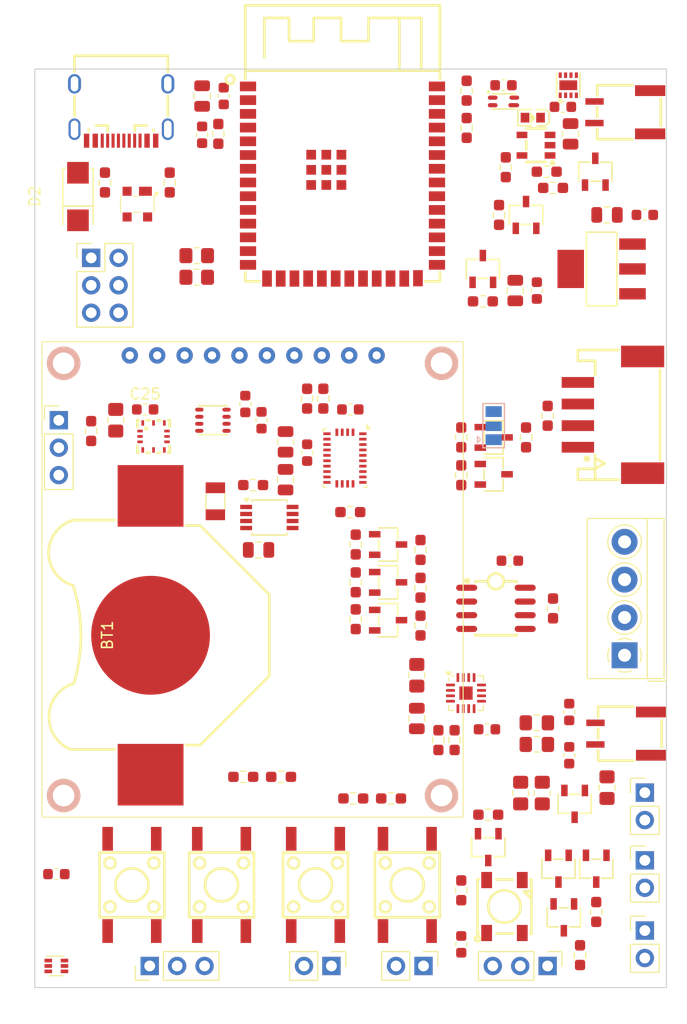
<source format=kicad_pcb>
(kicad_pcb (version 20240108) (generator "pcbnew") (generator_version "8.0")
  (layers (0 "F.Cu" signal) (31 "B.Cu" signal) (34 "B.Paste" user) (35 "F.Paste" user) (36 "B.SilkS" user "B.Silkscreen") (37 "F.SilkS" user "F.Silkscreen") (38 "B.Mask" user) (39 "F.Mask" user) (44 "Edge.Cuts" user))
  (net 0 "")
  (net 1 "GND")
  (net 2 "D+")
  (net 3 "D-")
  (net 4 "+5V")
  (net 5 "SW1")
  (net 6 "SW2")
  (net 7 "Net-(J4-Pin_1)")
  (net 8 "Net-(J5-Pin_2)")
  (net 9 "Net-(J6-Pin_1)")
  (net 10 "Net-(J6-Pin_2)")
  (net 11 "Net-(J7-Pin_1)")
  (net 12 "Net-(J7-Pin_2)")
  (net 13 "Net-(J8-Pin_1)")
  (net 14 "Net-(J8-Pin_2)")
  (net 16 "Net-(LED1-DIN)")
  (net 17 "Net-(LED2-C)")
  (net 18 "SDA")
  (net 19 "SCL")
  (net 20 "Net-(Q1-D)")
  (net 21 "Net-(Q2-D)")
  (net 22 "WS2812_Data1")
  (net 23 "WS2812_Data2")
  (net 24 "LED1")
  (net 25 "LED2")
  (net 26 "LED3")
  (net 27 "+BATT")
  (net 28 "EN")
  (net 29 "IO0")
  (net 31 "+3.3V")
  (net 32 "+5V_SW")
  (net 33 "Net-(BT1-+)")
  (net 34 "RS485_B")
  (net 35 "/USB_D-")
  (net 36 "/USB_D+")
  (net 38 "RS485_A")
  (net 39 "OnWire_Data")
  (net 40 "EnPower")
  (net 48 "RS485_TX")
  (net 49 "RS485_TX_5V")
  (net 50 "GC_Data")
  (net 51 "ESP_RXD")
  (net 52 "ESP_TXD")
  (net 53 "Net-(JP1-C)")
  (net 55 "Net-(U8-STAT)")
  (net 56 "Net-(U8-PROG)")
  (net 57 "Net-(USBC1-CC1)")
  (net 59 "Net-(USBC1-CC2)")
  (net 62 "RS485_EN")
  (net 63 "RS485_EN_5V")
  (net 64 "RS485_RX")
  (net 65 "RS485_RX_5V")
  (net 66 "Net-(U11-OSCI)")
  (net 67 "Net-(R32-Pad2)")
  (net 68 "+3V3")
  (net 69 "Net-(U13-VDDH)")
  (net 70 "SPI0_CLK")
  (net 71 "TFT_DC")
  (net 72 "SPI0_MISO")
  (net 73 "TFT_CS")
  (net 74 "~{General_Reset}")
  (net 76 "SPI0_MOSI")
  (net 77 "Net-(U11-OSCO)")
  (net 79 "+3.3V_SW")
  (net 80 "Net-(U6-CAP)")
  (net 81 "V_USB")
  (net 82 "Net-(U6-PS1)")
  (net 83 "Net-(U6-PS0)")
  (net 84 "Net-(U6-COM3)")
  (net 101 "SDCARD_CS")
  (net 103 "LS-")
  (net 104 "LS+")
  (net 105 "Net-(U12-OUTP)")
  (net 106 "Net-(U12-OUTN)")
  (net 107 "Net-(U12-~{SD_MODE})")
  (net 108 "Net-(U12-GAIN_SLOT)")
  (net 109 "DIN")
  (net 110 "BCLK")
  (net 114 "LRCLK")
  (footprint "Connector_PinHeader_2.54mm:PinHeader_1x02_P2.54mm_Vertical" (layer "F.Cu") (at 176.775 117.96)
    (property "Reference" "J8" (hide yes))
    (property "Value" "LED3")
    (pad "1" thru_hole rect (at 0 0) (size 1.7 1.7) (drill 1) (layers "*.Cu" "*.Mask") (net 13 "Net-(J8-Pin_1)"))
    (pad "2" thru_hole oval (at 0 2.54) (size 1.7 1.7) (drill 1) (layers "*.Cu" "*.Mask") (net 14 "Net-(J8-Pin_2)"))
  )
  (footprint "Capacitor_SMD:C_0805_2012Metric" (layer "F.Cu") (at 155.6575 111.1 90)
    (property "Reference" "C21" (hide yes))
    (property "Value" "10u")
    (pad "1" smd roundrect (at -0.95 0 90) (size 1 1.45) (layers "F.Cu" "F.Paste" "F.Mask") (net 79 "+3.3V_SW"))
    (pad "2" smd roundrect (at 0.95 0 90) (size 1 1.45) (layers "F.Cu" "F.Paste" "F.Mask") (net 1 "GND"))
  )
  (footprint "Capacitor_SMD:C_0603_1608Metric" (layer "F.Cu") (at 122.275 125.5 180)
    (property "Reference" "C13" (hide yes))
    (property "Value" "100n")
    (pad "1" smd roundrect (at -0.775 0 180) (size 0.9 0.95) (layers "F.Cu" "F.Paste" "F.Mask") (net 79 "+3.3V_SW"))
    (pad "2" smd roundrect (at 0.775 0 180) (size 0.9 0.95) (layers "F.Cu" "F.Paste" "F.Mask") (net 1 "GND"))
  )
  (footprint "Resistor_SMD:R_0603_1608Metric_Pad0.98x0.95mm_HandSolder" (layer "F.Cu") (at 140.5 89.5 180)
    (property "Reference" "R32" (hide yes))
    (property "Value" "10k")
    (pad "1" smd roundrect (at -0.9125 0 180) (size 0.975 0.95) (layers "F.Cu" "F.Paste" "F.Mask") (net 66 "Net-(U11-OSCI)"))
    (pad "2" smd roundrect (at 0.9125 0 180) (size 0.975 0.95) (layers "F.Cu" "F.Paste" "F.Mask") (net 67 "Net-(R32-Pad2)"))
  )
  (footprint "Resistor_SMD:R_0603_1608Metric_Pad0.98x0.95mm_HandSolder" (layer "F.Cu") (at 149.5 92)
    (property "Reference" "R40" (hide yes))
    (property "Value" "10k")
    (pad "1" smd roundrect (at -0.9125 0) (size 0.975 0.95) (layers "F.Cu" "F.Paste" "F.Mask") (net 84 "Net-(U6-COM3)"))
    (pad "2" smd roundrect (at 0.9125 0) (size 0.975 0.95) (layers "F.Cu" "F.Paste" "F.Mask") (net 1 "GND"))
  )
  (footprint "Resistor_SMD:R_0603_1608Metric_Pad0.98x0.95mm_HandSolder" (layer "F.Cu") (at 163.8975 60.0875 -90)
    (property "Reference" "R21" (hide yes))
    (property "Value" "5.1k")
    (pad "1" smd roundrect (at -0.9125 0 270) (size 0.975 0.95) (layers "F.Cu" "F.Paste" "F.Mask") (net 56 "Net-(U8-PROG)"))
    (pad "2" smd roundrect (at 0.9125 0 270) (size 0.975 0.95) (layers "F.Cu" "F.Paste" "F.Mask") (net 1 "GND"))
  )
  (footprint "EduboardV2_kicadlib:KEY-SMD_4P-L6.0-W6.0-P4.50-LS9.5-BL" (layer "F.Cu") (at 146.275 126.5)
    (property "Reference" "SW3" (hide yes))
    (property "Value" "K2-1102SP-C4SC-04")
    (pad "1" smd rect (at -2.25 4.27) (size 0.98 2.2) (layers "F.Cu" "F.Paste" "F.Mask") (net 1 "GND"))
    (pad "2" smd rect (at -2.25 -4.27) (size 0.98 2.2) (layers "F.Cu" "F.Paste" "F.Mask") (net 1 "GND"))
    (pad "3" smd rect (at 2.25 4.27) (size 0.98 2.2) (layers "F.Cu" "F.Paste" "F.Mask") (net 5 "SW1"))
    (pad "4" smd rect (at 2.25 -4.27) (size 0.98 2.2) (layers "F.Cu" "F.Paste" "F.Mask") (net 5 "SW1"))
  )
  (footprint "Resistor_SMD:R_0603_1608Metric_Pad0.98x0.95mm_HandSolder" (layer "F.Cu") (at 150 101.9125 90)
    (property "Reference" "R26" (hide yes))
    (property "Value" "1k")
    (pad "1" smd roundrect (at -0.9125 0 90) (size 0.975 0.95) (layers "F.Cu" "F.Paste" "F.Mask") (net 48 "RS485_TX"))
    (pad "2" smd roundrect (at 0.9125 0 90) (size 0.975 0.95) (layers "F.Cu" "F.Paste" "F.Mask") (net 79 "+3.3V_SW"))
  )
  (footprint "Capacitor_SMD:C_0603_1608Metric" (layer "F.Cu") (at 166.775 71.5 -90)
    (property "Reference" "C6" (hide yes))
    (property "Value" "100n")
    (pad "1" smd roundrect (at -0.775 0 270) (size 0.9 0.95) (layers "F.Cu" "F.Paste" "F.Mask") (net 31 "+3.3V"))
    (pad "2" smd roundrect (at 0.775 0 270) (size 0.9 0.95) (layers "F.Cu" "F.Paste" "F.Mask") (net 1 "GND"))
  )
  (footprint "Resistor_SMD:R_0603_1608Metric_Pad0.98x0.95mm_HandSolder" (layer "F.Cu") (at 159.775 127 -90)
    (property "Reference" "R11" (hide yes))
    (property "Value" "1k")
    (pad "1" smd roundrect (at -0.9125 0 270) (size 0.975 0.95) (layers "F.Cu" "F.Paste" "F.Mask") (net 16 "Net-(LED1-DIN)"))
    (pad "2" smd roundrect (at 0.9125 0 270) (size 0.975 0.95) (layers "F.Cu" "F.Paste" "F.Mask") (net 32 "+5V_SW"))
  )
  (footprint "Capacitor_SMD:C_0603_1608Metric" (layer "F.Cu") (at 163.6875 52.5)
    (property "Reference" "C14" (hide yes))
    (property "Value" "100n")
    (pad "1" smd roundrect (at -0.775 0) (size 0.9 0.95) (layers "F.Cu" "F.Paste" "F.Mask") (net 1 "GND"))
    (pad "2" smd roundrect (at 0.775 0) (size 0.9 0.95) (layers "F.Cu" "F.Paste" "F.Mask") (net 79 "+3.3V_SW"))
  )
  (footprint "Resistor_SMD:R_0603_1608Metric_Pad0.98x0.95mm_HandSolder" (layer "F.Cu") (at 145.5 81.5 90)
    (property "Reference" "R39" (hide yes))
    (property "Value" "10k")
    (pad "1" smd roundrect (at -0.9125 0 90) (size 0.975 0.95) (layers "F.Cu" "F.Paste" "F.Mask") (net 83 "Net-(U6-PS0)"))
    (pad "2" smd roundrect (at 0.9125 0 90) (size 0.975 0.95) (layers "F.Cu" "F.Paste" "F.Mask") (net 1 "GND"))
  )
  (footprint "EduboardV2_kicadlib:SOT-23-3_L2.9-W1.6-P1.90-LS2.8-BR" (layer "F.Cu") (at 172.1875 60.5 -90)
    (property "Reference" "Q8" (hide yes))
    (property "Value" "IRLML6402TRPBF")
    (pad "1" smd rect (at 1.24 0.95 270) (size 1.07 0.6) (layers "F.Cu" "F.Paste" "F.Mask") (net 81 "V_USB"))
    (pad "2" smd rect (at 1.24 -0.95 270) (size 1.07 0.6) (layers "F.Cu" "F.Paste" "F.Mask") (net 4 "+5V"))
    (pad "3" smd rect (at -1.24 0 270) (size 1.07 0.6) (layers "F.Cu" "F.Paste" "F.Mask") (net 27 "+BATT"))
  )
  (footprint "Capacitor_SMD:C_0603_1608Metric" (layer "F.Cu") (at 169.1875 54.5 180)
    (property "Reference" "C16" (hide yes))
    (property "Value" "100n")
    (pad "1" smd roundrect (at -0.775 0 180) (size 0.9 0.95) (layers "F.Cu" "F.Paste" "F.Mask") (net 27 "+BATT"))
    (pad "2" smd roundrect (at 0.775 0 180) (size 0.9 0.95) (layers "F.Cu" "F.Paste" "F.Mask") (net 1 "GND"))
  )
  (footprint "Capacitor_SMD:C_0603_1608Metric" (layer "F.Cu") (at 176.775 64.5)
    (property "Reference" "C5" (hide yes))
    (property "Value" "100n")
    (pad "1" smd roundrect (at -0.775 0) (size 0.9 0.95) (layers "F.Cu" "F.Paste" "F.Mask") (net 4 "+5V"))
    (pad "2" smd roundrect (at 0.775 0) (size 0.9 0.95) (layers "F.Cu" "F.Paste" "F.Mask") (net 1 "GND"))
  )
  (footprint "EduboardV2_kicadlib:SOT-23-3_L2.9-W1.6-P1.90-LS2.8-BR" (layer "F.Cu") (at 172.275 125 90)
    (property "Reference" "Q6" (hide yes))
    (property "Value" "AO3400A")
    (pad "1" smd rect (at 1.24 0.95 90) (size 1.07 0.6) (layers "F.Cu" "F.Paste" "F.Mask") (net 25 "LED2"))
    (pad "2" smd rect (at 1.24 -0.95 90) (size 1.07 0.6) (layers "F.Cu" "F.Paste" "F.Mask") (net 1 "GND"))
    (pad "3" smd rect (at -1.24 0 90) (size 1.07 0.6) (layers "F.Cu" "F.Paste" "F.Mask") (net 12 "Net-(J7-Pin_2)"))
  )
  (footprint "Resistor_SMD:R_0603_1608Metric_Pad0.98x0.95mm_HandSolder" (layer "F.Cu") (at 159.1575 113.1 -90)
    (property "Reference" "R41" (hide yes))
    (property "Value" "100k")
    (pad "1" smd roundrect (at -0.9125 0 270) (size 0.975 0.95) (layers "F.Cu" "F.Paste" "F.Mask") (net 107 "Net-(U12-~{SD_MODE})"))
    (pad "2" smd roundrect (at 0.9125 0 270) (size 0.975 0.95) (layers "F.Cu" "F.Paste" "F.Mask") (net 1 "GND"))
  )
  (footprint "Resistor_SMD:R_0805_2012Metric_Pad1.20x1.40mm_HandSolder" (layer "F.Cu") (at 135.275 70.27)
    (property "Reference" "R2" (hide yes))
    (property "Value" "0R")
    (pad "1" smd roundrect (at -1 0) (size 1.2 1.4) (layers "F.Cu" "F.Paste" "F.Mask") (roundrect_rratio 0.208333) (net 2 "D+"))
    (pad "2" smd roundrect (at 1 0) (size 1.2 1.4) (layers "F.Cu" "F.Paste" "F.Mask") (roundrect_rratio 0.208333) (net 36 "/USB_D+"))
  )
  (footprint "Capacitor_SMD:C_0603_1608Metric" (layer "F.Cu") (at 169.775 110.5 90)
    (property "Reference" "C23" (hide yes))
    (property "Value" "220pF")
    (pad "1" smd roundrect (at -0.775 0 90) (size 0.9 0.95) (layers "F.Cu" "F.Paste" "F.Mask") (net 103 "LS-"))
    (pad "2" smd roundrect (at 0.775 0 90) (size 0.9 0.95) (layers "F.Cu" "F.Paste" "F.Mask") (net 1 "GND"))
  )
  (footprint "Resistor_SMD:R_0805_2012Metric_Pad1.20x1.40mm_HandSolder" (layer "F.Cu") (at 173.275 117.5 90)
    (property "Reference" "R19" (hide yes))
    (property "Value" "75R")
    (pad "1" smd roundrect (at -1 0 90) (size 1.2 1.4) (layers "F.Cu" "F.Paste" "F.Mask") (roundrect_rratio 0.208333) (net 13 "Net-(J8-Pin_1)"))
    (pad "2" smd roundrect (at 1 0 90) (size 1.2 1.4) (layers "F.Cu" "F.Paste" "F.Mask") (roundrect_rratio 0.208333) (net 32 "+5V_SW"))
  )
  (footprint "burgerLibFP:BAT-SMD_MYOUNG_MY-2032-04" (layer "F.Cu") (at 131 103.4 90)
    (property "Reference" "BT1" (at 0 -4 270) (layer "F.SilkS"))
    (property "Value" "Battery_Cell")
    (pad "1" smd rect (at -12.9 0 90) (size 5.7 6.1) (layers "F.Cu" "F.Paste" "F.Mask") (net 33 "Net-(BT1-+)"))
    (pad "1" smd rect (at 12.9 0 90) (size 5.7 6.1) (layers "F.Cu" "F.Paste" "F.Mask") (net 33 "Net-(BT1-+)"))
    (pad "2" smd circle (at 0 0 90) (size 11 11) (layers "F.Cu" "F.Paste" "F.Mask") (net 1 "GND"))
  )
  (footprint "Package_SO:TSSOP-8_3x3mm_P0.65mm" (layer "F.Cu") (at 142 92.5)
    (property "Reference" "U11" (hide yes))
    (property "Value" "PCF85263ATT")
    (pad "1" smd rect (at -2.15 -0.975) (size 1.1 0.4) (layers "F.Cu" "F.Paste" "F.Mask") (net 66 "Net-(U11-OSCI)"))
    (pad "2" smd rect (at -2.15 -0.325) (size 1.1 0.4) (layers "F.Cu" "F.Paste" "F.Mask") (net 77 "Net-(U11-OSCO)"))
    (pad "3" smd rect (at -2.15 0.325) (size 1.1 0.4) (layers "F.Cu" "F.Paste" "F.Mask") (net 33 "Net-(BT1-+)"))
    (pad "4" smd rect (at -2.15 0.975) (size 1.1 0.4) (layers "F.Cu" "F.Paste" "F.Mask") (net 1 "GND"))
    (pad "5" smd rect (at 2.15 0.975) (size 1.1 0.4) (layers "F.Cu" "F.Paste" "F.Mask") (net 18 "SDA"))
    (pad "6" smd rect (at 2.15 0.325) (size 1.1 0.4) (layers "F.Cu" "F.Paste" "F.Mask") (net 19 "SCL"))
    (pad "7" smd rect (at 2.15 -0.325) (size 1.1 0.4) (layers "F.Cu" "F.Paste" "F.Mask"))
    (pad "8" smd rect (at 2.15 -0.975) (size 1.1 0.4) (layers "F.Cu" "F.Paste" "F.Mask") (net 79 "+3.3V_SW"))
  )
  (footprint "Capacitor_SMD:C_0603_1608Metric" (layer "F.Cu") (at 162.1575 112.1)
    (property "Reference" "C22" (hide yes))
    (property "Value" "100n")
    (pad "1" smd roundrect (at -0.775 0) (size 0.9 0.95) (layers "F.Cu" "F.Paste" "F.Mask") (net 79 "+3.3V_SW"))
    (pad "2" smd roundrect (at 0.775 0) (size 0.9 0.95) (layers "F.Cu" "F.Paste" "F.Mask") (net 1 "GND"))
  )
  (footprint "EduboardV2_kicadlib:SOIC-8_L5.0-W4.0-P1.27-LS6.0-BL" (layer "F.Cu") (at 162.985 100.91 -90)
    (property "Reference" "U10" (hide yes))
    (property "Value" "SP3485EN-L/TR")
    (pad "1" smd oval (at -1.91 2.71 270) (size 0.57 1.95) (layers "F.Cu" "F.Paste" "F.Mask") (net 65 "RS485_RX_5V"))
    (pad "2" smd oval (at -0.63 2.71 270) (size 0.57 1.95) (layers "F.Cu" "F.Paste" "F.Mask") (net 63 "RS485_EN_5V"))
    (pad "3" smd oval (at 0.63 2.71 270) (size 0.57 1.95) (layers "F.Cu" "F.Paste" "F.Mask") (net 63 "RS485_EN_5V"))
    (pad "4" smd oval (at 1.9 2.71 270) (size 0.57 1.95) (layers "F.Cu" "F.Paste" "F.Mask") (net 49 "RS485_TX_5V"))
    (pad "5" smd oval (at 1.9 -2.71 270) (size 0.57 1.95) (layers "F.Cu" "F.Paste" "F.Mask") (net 1 "GND"))
    (pad "6" smd oval (at 0.63 -2.71 270) (size 0.57 1.95) (layers "F.Cu" "F.Paste" "F.Mask") (net 38 "RS485_A"))
    (pad "7" smd oval (at -0.63 -2.71 270) (size 0.57 1.95) (layers "F.Cu" "F.Paste" "F.Mask") (net 34 "RS485_B"))
    (pad "8" smd oval (at -1.91 -2.71 270) (size 0.57 1.95) (layers "F.Cu" "F.Paste" "F.Mask") (net 32 "+5V_SW"))
  )
  (footprint "Capacitor_SMD:C_0805_2012Metric" (layer "F.Cu") (at 143.5 85.5 90)
    (property "Reference" "C18" (hide yes))
    (property "Value" "1uF")
    (pad "1" smd roundrect (at -0.95 0 90) (size 1 1.45) (layers "F.Cu" "F.Paste" "F.Mask") (net 79 "+3.3V_SW"))
    (pad "2" smd roundrect (at 0.95 0 90) (size 1 1.45) (layers "F.Cu" "F.Paste" "F.Mask") (net 1 "GND"))
  )
  (footprint "Capacitor_SMD:C_0603_1608Metric" (layer "F.Cu") (at 159.775 132 -90)
    (property "Reference" "C8" (hide yes))
    (property "Value" "100n")
    (pad "1" smd roundrect (at -0.775 0 270) (size 0.9 0.95) (layers "F.Cu" "F.Paste" "F.Mask") (net 32 "+5V_SW"))
    (pad "2" smd roundrect (at 0.775 0 270) (size 0.9 0.95) (layers "F.Cu" "F.Paste" "F.Mask") (net 1 "GND"))
  )
  (footprint "EduboardV2_kicadlib:SOT-223_L6.5-W3.5-P2.30-LS7.0-BR" (layer "F.Cu") (at 172.775 69.5)
    (property "Reference" "U3" (hide yes))
    (property "Value" "LD1117S33TR")
    (pad "1" smd rect (at 2.86 2.3) (size 2.46 1.05) (layers "F.Cu" "F.Paste" "F.Mask") (net 1 "GND"))
    (pad "2" smd rect (at 2.86 0) (size 2.46 1.05) (layers "F.Cu" "F.Paste" "F.Mask") (net 31 "+3.3V"))
    (pad "3" smd rect (at 2.86 -2.3) (size 2.46 1.05) (layers "F.Cu" "F.Paste" "F.Mask") (net 4 "+5V"))
    (pad "4" smd rect (at -2.86 0) (size 2.46 3.54) (layers "F.Cu" "F.Paste" "F.Mask") (net 31 "+3.3V"))
  )
  (footprint "TerminalBlock_4Ucon:TerminalBlock_4Ucon_1x04_P3.50mm_Horizontal" (layer "F.Cu") (at 174.9 105.25 90)
    (property "Reference" "J9" (hide yes))
    (property "Value" "RS485")
    (pad "1" thru_hole rect (at 0 0 90) (size 2.4 2.4) (drill 1.2) (layers "*.Cu" "*.Mask") (net 38 "RS485_A"))
    (pad "2" thru_hole circle (at 3.5 0 90) (size 2.4 2.4) (drill 1.2) (layers "*.Cu" "*.Mask") (net 34 "RS485_B"))
    (pad "3" thru_hole circle (at 7 0 90) (size 2.4 2.4) (drill 1.2) (layers "*.Cu" "*.Mask") (net 1 "GND"))
    (pad "4" thru_hole circle (at 10.5 0 90) (size 2.4 2.4) (drill 1.2) (layers "*.Cu" "*.Mask") (net 32 "+5V_SW"))
  )
  (footprint "Resistor_SMD:R_0603_1608Metric_Pad0.98x0.95mm_HandSolder" (layer "F.Cu") (at 167.775 83.0875 90)
    (property "Reference" "R9" (hide yes))
    (property "Value" "1k")
    (pad "1" smd roundrect (at -0.9125 0 90) (size 0.975 0.95) (layers "F.Cu" "F.Paste" "F.Mask") (net 21 "Net-(Q2-D)"))
    (pad "2" smd roundrect (at 0.9125 0 90) (size 0.975 0.95) (layers "F.Cu" "F.Paste" "F.Mask") (net 53 "Net-(JP1-C)"))
  )
  (footprint "Resistor_SMD:R_0603_1608Metric_Pad0.98x0.95mm_HandSolder" (layer "F.Cu") (at 150 95 90)
    (property "Reference" "R30" (hide yes))
    (property "Value" "1k")
    (pad "1" smd roundrect (at -0.9125 0 90) (size 0.975 0.95) (layers "F.Cu" "F.Paste" "F.Mask") (net 64 "RS485_RX"))
    (pad "2" smd roundrect (at 0.9125 0 90) (size 0.975 0.95) (layers "F.Cu" "F.Paste" "F.Mask") (net 79 "+3.3V_SW"))
  )
  (footprint "Resistor_SMD:R_0603_1608Metric_Pad0.98x0.95mm_HandSolder" (layer "F.Cu") (at 132.775 61.5 90)
    (property "Reference" "R4" (hide yes))
    (property "Value" "5.1k")
    (pad "1" smd roundrect (at -0.9125 0 90) (size 0.975 0.95) (layers "F.Cu" "F.Paste" "F.Mask") (net 1 "GND"))
    (pad "2" smd roundrect (at 0.9125 0 90) (size 0.975 0.95) (layers "F.Cu" "F.Paste" "F.Mask") (net 57 "Net-(USBC1-CC1)"))
  )
  (footprint "Capacitor_SMD:C_0603_1608Metric" (layer "F.Cu") (at 130.5 82.5)
    (property "Reference" "C25" (at 0 -1.43 360) (layer "F.SilkS"))
    (property "Value" "100n")
    (pad "1" smd roundrect (at -0.775 0) (size 0.9 0.95) (layers "F.Cu" "F.Paste" "F.Mask") (net 1 "GND"))
    (pad "2" smd roundrect (at 0.775 0) (size 0.9 0.95) (layers "F.Cu" "F.Paste" "F.Mask") (net 79 "+3.3V_SW"))
  )
  (footprint "Capacitor_SMD:C_0805_2012Metric" (layer "F.Cu") (at 173.275 64.5 180)
    (property "Reference" "C4" (hide yes))
    (property "Value" "10u")
    (pad "1" smd roundrect (at -0.95 0 180) (size 1 1.45) (layers "F.Cu" "F.Paste" "F.Mask") (net 4 "+5V"))
    (pad "2" smd roundrect (at 0.95 0 180) (size 1 1.45) (layers "F.Cu" "F.Paste" "F.Mask") (net 1 "GND"))
  )
  (footprint "Resistor_SMD:R_0603_1608Metric_Pad0.98x0.95mm_HandSolder" (layer "F.Cu") (at 150 98.5 90)
    (property "Reference" "R28" (hide yes))
    (property "Value" "1k")
    (pad "1" smd roundrect (at -0.9125 0 90) (size 0.975 0.95) (layers "F.Cu" "F.Paste" "F.Mask") (net 62 "RS485_EN"))
    (pad "2" smd roundrect (at 0.9125 0 90) (size 0.975 0.95) (layers "F.Cu" "F.Paste" "F.Mask") (net 79 "+3.3V_SW"))
  )
  (footprint "Resistor_SMD:R_0603_1608Metric_Pad0.98x0.95mm_HandSolder" (layer "F.Cu") (at 162.275 120)
    (property "Reference" "R10" (hide yes))
    (property "Value" "1k")
    (pad "1" smd roundrect (at -0.9125 0) (size 0.975 0.95) (layers "F.Cu" "F.Paste" "F.Mask") (net 22 "WS2812_Data1"))
    (pad "2" smd roundrect (at 0.9125 0) (size 0.975 0.95) (layers "F.Cu" "F.Paste" "F.Mask") (net 79 "+3.3V_SW"))
  )
  (footprint "burgerLibFP:CONN-SMD_SM02B-NSHSS-TB-LF-SN" (layer "F.Cu") (at 174.775 112.5 -90)
    (property "Reference" "P2" (hide yes))
    (property "Value" "SM02B-NSHSS-TB(LF)(SN)")
    (pad "1" smd rect (at 1 2.58 270) (size 0.6 1.7) (layers "F.Cu" "F.Paste" "F.Mask") (net 104 "LS+"))
    (pad "2" smd rect (at -1 2.57 270) (size 0.6 1.7) (layers "F.Cu" "F.Paste" "F.Mask") (net 103 "LS-"))
    (pad "3" smd rect (at -2 -2.58 270) (size 1 2.8) (layers "F.Cu" "F.Paste" "F.Mask") (net 1 "GND"))
    (pad "4" smd rect (at 2 -2.58 270) (size 1 2.8) (layers "F.Cu" "F.Paste" "F.Mask") (net 1 "GND"))
  )
  (footprint "Resistor_SMD:R_0603_1608Metric_Pad0.98x0.95mm_HandSolder" (layer "F.Cu") (at 156 99 -90)
    (property "Reference" "R29" (hide yes))
    (property "Value" "1k")
    (pad "1" smd roundrect (at -0.9125 0 270) (size 0.975 0.95) (layers "F.Cu" "F.Paste" "F.Mask") (net 63 "RS485_EN_5V"))
    (pad "2" smd roundrect (at 0.9125 0 270) (size 0.975 0.95) (layers "F.Cu" "F.Paste" "F.Mask") (net 32 "+5V_SW"))
  )
  (footprint "burgerLibFP:DFR0649" (layer "F.Cu") (at 140.647 95.83)
    (property "Reference" "X1" (hide yes))
    (property "Value" "~")
    (pad "" np_thru_hole circle (at -17.7 -17.6) (size 3.1 3.1) (drill 2) (layers "F&B.Cu" "*.SilkS" "*.Mask"))
    (pad "" np_thru_hole circle (at -17.7 22.4) (size 3.1 3.1) (drill 2) (layers "F&B.Cu" "*.SilkS" "*.Mask"))
    (pad "" np_thru_hole circle (at 17.3 -17.6) (size 3.1 3.1) (drill 2) (layers "F&B.Cu" "*.SilkS" "*.Mask"))
    (pad "" np_thru_hole circle (at 17.3 22.4) (size 3.1 3.1) (drill 2) (layers "F&B.Cu" "*.SilkS" "*.Mask"))
    (pad "1" thru_hole circle (at -11.572 -18.33) (size 1.524 1.524) (drill 0.762) (layers "*.Cu" "*.Mask") (net 32 "+5V_SW"))
    (pad "2" thru_hole circle (at -9.032 -18.33) (size 1.524 1.524) (drill 0.762) (layers "*.Cu" "*.Mask") (net 1 "GND"))
    (pad "3" thru_hole circle (at -6.492 -18.33) (size 1.524 1.524) (drill 0.762) (layers "*.Cu" "*.Mask") (net 70 "SPI0_CLK"))
    (pad "4" thru_hole circle (at -3.952 -18.33) (size 1.524 1.524) (drill 0.762) (layers "*.Cu" "*.Mask") (net 76 "SPI0_MOSI"))
    (pad "5" thru_hole circle (at -1.412 -18.33) (size 1.524 1.524) (drill 0.762) (layers "*.Cu" "*.Mask") (net 72 "SPI0_MISO"))
    (pad "6" thru_hole circle (at 1.128 -18.33) (size 1.524 1.524) (drill 0.762) (layers "*.Cu" "*.Mask") (net 73 "TFT_CS"))
    (pad "7" thru_hole circle (at 3.668 -18.33) (size 1.524 1.524) (drill 0.762) (layers "*.Cu" "*.Mask") (net 74 "~{General_Reset}"))
    (pad "8" thru_hole circle (at 6.208 -18.33) (size 1.524 1.524) (drill 0.762) (layers "*.Cu" "*.Mask") (net 71 "TFT_DC"))
    (pad "9" thru_hole circle (at 8.748 -18.33) (size 1.524 1.524) (drill 0.762) (layers "*.Cu" "*.Mask"))
    (pad "10" thru_hole circle (at 11.288 -18.33) (size 1.524 1.524) (drill 0.762) (layers "*.Cu" "*.Mask") (net 101 "SDCARD_CS"))
  )
  (footprint "burgerLibFP:CONN-SMD_SM02B-NSHSS-TB-LF-SN" (layer "F.Cu") (at 174.6875 55 -90)
    (property "Reference" "P1" (hide yes))
    (property "Value" "SM02B-NSHSS-TB(LF)(SN)")
    (pad "1" smd rect (at 1 2.58 270) (size 0.6 1.7) (layers "F.Cu" "F.Paste" "F.Mask") (net 27 "+BATT"))
    (pad "2" smd rect (at -1 2.57 270) (size 0.6 1.7) (layers "F.Cu" "F.Paste" "F.Mask") (net 1 "GND"))
    (pad "3" smd rect (at -2 -2.58 270) (size 1 2.8) (layers "F.Cu" "F.Paste" "F.Mask") (net 1 "GND"))
    (pad "4" smd rect (at 2 -2.58 270) (size 1 2.8) (layers "F.Cu" "F.Paste" "F.Mask") (net 1 "GND"))
  )
  (footprint "EduboardV2_kicadlib:SOT-23-3_L2.9-W1.6-P1.90-LS2.8-BR" (layer "F.Cu") (at 162.775 88.5 180)
    (property "Reference" "Q1" (hide yes))
    (property "Value" "BSN20")
    (pad "1" smd rect (at 1.24 0.95 180) (size 1.07 0.6) (layers "F.Cu" "F.Paste" "F.Mask") (net 79 "+3.3V_SW"))
    (pad "2" smd rect (at 1.24 -0.95 180) (size 1.07 0.6) (layers "F.Cu" "F.Paste" "F.Mask") (net 19 "SCL"))
    (pad "3" smd rect (at -1.24 0 180) (size 1.07 0.6) (layers "F.Cu" "F.Paste" "F.Mask") (net 20 "Net-(Q1-D)"))
  )
  (footprint "Capacitor_SMD:C_0805_2012Metric" (layer "F.Cu") (at 164.775 71.5 -90)
    (property "Reference" "C7" (hide yes))
    (property "Value" "10u")
    (pad "1" smd roundrect (at -0.95 0 270) (size 1 1.45) (layers "F.Cu" "F.Paste" "F.Mask") (net 31 "+3.3V"))
    (pad "2" smd roundrect (at 0.95 0 270) (size 1 1.45) (layers "F.Cu" "F.Paste" "F.Mask") (net 1 "GND"))
  )
  (footprint "Resistor_SMD:R_0603_1608Metric_Pad0.98x0.95mm_HandSolder" (layer "F.Cu") (at 163.275 64.5 90)
    (property "Reference" "R23" (hide yes))
    (property "Value" "100k")
    (pad "1" smd roundrect (at -0.9125 0 90) (size 0.975 0.95) (layers "F.Cu" "F.Paste" "F.Mask") (net 40 "EnPower"))
    (pad "2" smd roundrect (at 0.9125 0 90) (size 0.975 0.95) (layers "F.Cu" "F.Paste" "F.Mask") (net 31 "+3.3V"))
  )
  (footprint "Capacitor_SMD:C_0603_1608Metric" (layer "F.Cu") (at 145.5 86.5 -90)
    (property "Reference" "C11" (hide yes))
    (property "Value" "100n")
    (pad "1" smd roundrect (at -0.775 0 270) (size 0.9 0.95) (layers "F.Cu" "F.Paste" "F.Mask") (net 80 "Net-(U6-CAP)"))
    (pad "2" smd roundrect (at 0.775 0 270) (size 0.9 0.95) (layers "F.Cu" "F.Paste" "F.Mask") (net 1 "GND"))
  )
  (footprint "Connector_PinHeader_2.54mm:PinHeader_1x02_P2.54mm_Vertical" (layer "F.Cu") (at 176.775 130.725)
    (property "Reference" "J6" (hide yes))
    (property "Value" "LED1")
    (pad "1" thru_hole rect (at 0 0) (size 1.7 1.7) (drill 1) (layers "*.Cu" "*.Mask") (net 9 "Net-(J6-Pin_1)"))
    (pad "2" thru_hole oval (at 0 2.54) (size 1.7 1.7) (drill 1) (layers "*.Cu" "*.Mask") (net 10 "Net-(J6-Pin_2)"))
  )
  (footprint "Resistor_SMD:R_0603_1608Metric_Pad0.98x0.95mm_HandSolder" (layer "F.Cu") (at 168.275 100.9125 90)
    (property "Reference" "R25" (hide yes))
    (property "Value" "100k")
    (pad "1" smd roundrect (at -0.9125 0 90) (size 0.975 0.95) (layers "F.Cu" "F.Paste" "F.Mask") (net 38 "RS485_A"))
    (pad "2" smd roundrect (at 0.9125 0 90) (size 0.975 0.95) (layers "F.Cu" "F.Paste" "F.Mask") (net 34 "RS485_B"))
  )
  (footprint "EduboardV2_kicadlib:SOT-23-3_L2.9-W1.6-P1.90-LS2.8-BR" (layer "F.Cu") (at 162.275 123 90)
    (property "Reference" "Q3" (hide yes))
    (property "Value" "BSN20")
    (pad "1" smd rect (at 1.24 0.95 90) (size 1.07 0.6) (layers "F.Cu" "F.Paste" "F.Mask") (net 79 "+3.3V_SW"))
    (pad "2" smd rect (at 1.24 -0.95 90) (size 1.07 0.6) (layers "F.Cu" "F.Paste" "F.Mask") (net 22 "WS2812_Data1"))
    (pad "3" smd rect (at -1.24 0 90) (size 1.07 0.6) (layers "F.Cu" "F.Paste" "F.Mask") (net 16 "Net-(LED1-DIN)"))
  )
  (footprint "EduboardV2_kicadlib:SOT-23-3_L2.9-W1.6-P1.90-LS2.8-BR" (layer "F.Cu") (at 162.775 85.0875 180)
    (property "Reference" "Q2" (hide yes))
    (property "Value" "BSN20")
    (pad "1" smd rect (at 1.24 0.95 180) (size 1.07 0.6) (layers "F.Cu" "F.Paste" "F.Mask") (net 79 "+3.3V_SW"))
    (pad "2" smd rect (at 1.24 -0.95 180) (size 1.07 0.6) (layers "F.Cu" "F.Paste" "F.Mask") (net 18 "SDA"))
    (pad "3" smd rect (at -1.24 0 180) (size 1.07 0.6) (layers "F.Cu" "F.Paste" "F.Mask") (net 21 "Net-(Q2-D)"))
  )
  (footprint "Capacitor_SMD:C_0603_1608Metric" (layer "F.Cu") (at 169.775 114.5 -90)
    (property "Reference" "C24" (hide yes))
    (property "Value" "220pF")
    (pad "1" smd roundrect (at -0.775 0 270) (size 0.9 0.95) (layers "F.Cu" "F.Paste" "F.Mask") (net 104 "LS+"))
    (pad "2" smd roundrect (at 0.775 0 270) (size 0.9 0.95) (layers "F.Cu" "F.Paste" "F.Mask") (net 1 "GND"))
  )
  (footprint "Resistor_SMD:R_0603_1608Metric_Pad0.98x0.95mm_HandSolder" (layer "F.Cu") (at 165.775 85.0875 90)
    (property "Reference" "R8" (hide yes))
    (property "Value" "1k")
    (pad "1" smd roundrect (at -0.9125 0 90) (size 0.975 0.95) (layers "F.Cu" "F.Paste" "F.Mask") (net 20 "Net-(Q1-D)"))
    (pad "2" smd roundrect (at 0.9125 0 90) (size 0.975 0.95) (layers "F.Cu" "F.Paste" "F.Mask") (net 53 "Net-(JP1-C)"))
  )
  (footprint "EduboardV2_kicadlib:SOT-23-3_L2.9-W1.6-P1.90-LS2.8-BR" (layer "F.Cu") (at 165.775 64.5 -90)
    (property "Reference" "Q9" (hide yes))
    (property "Value" "IRLML6402TRPBF")
    (pad "1" smd rect (at 1.24 0.95 270) (size 1.07 0.6) (layers "F.Cu" "F.Paste" "F.Mask") (net 40 "EnPower"))
    (pad "2" smd rect (at 1.24 -0.95 270) (size 1.07 0.6) (layers "F.Cu" "F.Paste" "F.Mask") (net 4 "+5V"))
    (pad "3" smd rect (at -1.24 0 270) (size 1.07 0.6) (layers "F.Cu" "F.Paste" "F.Mask") (net 32 "+5V_SW"))
  )
  (footprint "Resistor_SMD:R_0603_1608Metric_Pad0.98x0.95mm_HandSolder" (layer "F.Cu") (at 143.0875 116.5 180)
    (property "Reference" "R35" (hide yes))
    (property "Value" "33k")
    (pad "1" smd roundrect (at -0.9125 0 180) (size 0.975 0.95) (layers "F.Cu" "F.Paste" "F.Mask") (net 1 "GND"))
    (pad "2" smd roundrect (at 0.9125 0 180) (size 0.975 0.95) (layers "F.Cu" "F.Paste" "F.Mask") (net 50 "GC_Data"))
  )
  (footprint "EduboardV2_kicadlib:LED0603-FD_BLUE" (layer "F.Cu") (at 166.3975 55.5 180)
    (property "Reference" "LED2" (hide yes))
    (property "Value" "19-217/BHC-ZL1M2RY/3T")
    (pad "1" smd rect (at -0.72 0) (size 0.8 0.9) (layers "F.Cu" "F.Paste" "F.Mask") (net 17 "Net-(LED2-C)"))
    (pad "2" smd rect (at 0.72 0) (size 0.8 0.9) (layers "F.Cu" "F.Paste" "F.Mask") (net 81 "V_USB"))
  )
  (footprint "EduboardV2_kicadlib:SOT-23-3_L2.9-W1.6-P1.90-LS2.8-BR" (layer "F.Cu") (at 153 98.5 180)
    (property "Reference" "Q12" (hide yes))
    (property "Value" "BSN20")
    (pad "1" smd rect (at 1.24 0.95 180) (size 1.07 0.6) (layers "F.Cu" "F.Paste" "F.Mask") (net 79 "+3.3V_SW"))
    (pad "2" smd rect (at 1.24 -0.95 180) (size 1.07 0.6) (layers "F.Cu" "F.Paste" "F.Mask") (net 62 "RS485_EN"))
    (pad "3" smd rect (at -1.24 0 180) (size 1.07 0.6) (layers "F.Cu" "F.Paste" "F.Mask") (net 63 "RS485_EN_5V"))
  )
  (footprint "Capacitor_SMD:C_0603_1608Metric" (layer "F.Cu") (at 164.275 96.5 180)
    (property "Reference" "C17" (hide yes))
    (property "Value" "100n")
    (pad "1" smd roundrect (at -0.775 0 180) (size 0.9 0.95) (layers "F.Cu" "F.Paste" "F.Mask") (net 32 "+5V_SW"))
    (pad "2" smd roundrect (at 0.775 0 180) (size 0.9 0.95) (layers "F.Cu" "F.Paste" "F.Mask") (net 1 "GND"))
  )
  (footprint "Connector_PinHeader_2.54mm:PinHeader_2x03_P2.54mm_Vertical" (layer "F.Cu") (at 125.5 68.475)
    (property "Reference" "J1" (hide yes))
    (property "Value" "Conn_02x03_Odd_Even")
    (pad "1" thru_hole rect (at 0 0) (size 1.7 1.7) (drill 1) (layers "*.Cu" "*.Mask") (net 28 "EN"))
    (pad "2" thru_hole oval (at 2.54 0) (size 1.7 1.7) (drill 1) (layers "*.Cu" "*.Mask") (net 31 "+3.3V"))
    (pad "3" thru_hole oval (at 0 2.54) (size 1.7 1.7) (drill 1) (layers "*.Cu" "*.Mask") (net 52 "ESP_TXD"))
    (pad "4" thru_hole oval (at 2.54 2.54) (size 1.7 1.7) (drill 1) (layers "*.Cu" "*.Mask") (net 1 "GND"))
    (pad "5" thru_hole oval (at 0 5.08) (size 1.7 1.7) (drill 1) (layers "*.Cu" "*.Mask") (net 51 "ESP_RXD"))
    (pad "6" thru_hole oval (at 2.54 5.08) (size 1.7 1.7) (drill 1) (layers "*.Cu" "*.Mask") (net 29 "IO0"))
  )
  (footprint "Resistor_SMD:R_0603_1608Metric_Pad0.98x0.95mm_HandSolder" (layer "F.Cu") (at 161.775 72.5)
    (property "Reference" "R24" (hide yes))
    (property "Value" "100k")
    (pad "1" smd roundrect (at -0.9125 0) (size 0.975 0.95) (layers "F.Cu" "F.Paste" "F.Mask") (net 40 "EnPower"))
    (pad "2" smd roundrect (at 0.9125 0) (size 0.975 0.95) (layers "F.Cu" "F.Paste" "F.Mask") (net 31 "+3.3V"))
  )
  (footprint "burgerLibFP:SOT-23-5_L3.0-W1.7-P0.95-LS2.8-BR" (layer "F.Cu") (at 166.6975 58.05)
    (property "Reference" "U8" (hide yes))
    (property "Value" "MCP73831T-2ATI/OT")
    (pad "1" smd rect (at 1.3 0.95) (size 1 0.6) (layers "F.Cu" "F.Paste" "F.Mask") (net 55 "Net-(U8-STAT)"))
    (pad "2" smd rect (at 1.3 0) (size 1 0.6) (layers "F.Cu" "F.Paste" "F.Mask") (net 1 "GND"))
    (pad "3" smd rect (at 1.3 -0.95) (size 1 0.6) (layers "F.Cu" "F.Paste" "F.Mask") (net 27 "+BATT"))
    (pad "4" smd rect (at -1.3 -0.95) (size 1 0.6) (layers "F.Cu" "F.Paste" "F.Mask") (net 81 "V_USB"))
    (pad "5" smd rect (at -1.3 0.95) (size 1 0.6) (layers "F.Cu" "F.Paste" "F.Mask") (net 56 "Net-(U8-PROG)"))
  )
  (footprint "Resistor_SMD:R_0603_1608Metric_Pad0.98x0.95mm_HandSolder" (layer "F.Cu") (at 160.275 53 -90)
    (property "Reference" "R33" (hide yes))
    (property "Value" "10k")
    (pad "1" smd roundrect (at -0.9125 0 270) (size 0.975 0.95) (layers "F.Cu" "F.Paste" "F.Mask") (net 68 "+3V3"))
    (pad "2" smd roundrect (at 0.9125 0 270) (size 0.975 0.95) (layers "F.Cu" "F.Paste" "F.Mask") (net 19 "SCL"))
  )
  (footprint "EduboardV2_kicadlib:SOT-143-4_L2.9-W1.3-P1.92-LS2.4-BL" (layer "F.Cu") (at 129.775 63.5 180)
    (property "Reference" "D1" (hide yes))
    (property "Value" "PRTR5V0U2X_C2827688")
    (pad "1" smd rect (at -0.75 1.19 180) (size 1.19 0.84) (layers "F.Cu" "F.Paste" "F.Mask") (net 1 "GND"))
    (pad "2" smd rect (at 0.95 1.19 180) (size 0.84 0.84) (layers "F.Cu" "F.Paste" "F.Mask") (net 2 "D+"))
    (pad "3" smd rect (at 0.95 -1.19 180) (size 0.84 0.84) (layers "F.Cu" "F.Paste" "F.Mask") (net 3 "D-"))
    (pad "4" smd rect (at -0.95 -1.19 180) (size 0.84 0.84) (layers "F.Cu" "F.Paste" "F.Mask") (net 81 "V_USB"))
  )
  (footprint "Resistor_SMD:R_0603_1608Metric_Pad0.98x0.95mm_HandSolder" (layer "F.Cu") (at 160.275 56.45 90)
    (property "Reference" "R34" (hide yes))
    (property "Value" "10k")
    (pad "1" smd roundrect (at -0.9125 0 90) (size 0.975 0.95) (layers "F.Cu" "F.Paste" "F.Mask") (net 68 "+3V3"))
    (pad "2" smd roundrect (at 0.9125 0 90) (size 0.975 0.95) (layers "F.Cu" "F.Paste" "F.Mask") (net 18 "SDA"))
  )
  (footprint "Connector_PinHeader_2.54mm:PinHeader_1x02_P2.54mm_Vertical" (layer "F.Cu") (at 176.775 124.225)
    (property "Reference" "J7" (hide yes))
    (property "Value" "LED2")
    (pad "1" thru_hole rect (at 0 0) (size 1.7 1.7) (drill 1) (layers "*.Cu" "*.Mask") (net 11 "Net-(J7-Pin_1)"))
    (pad "2" thru_hole oval (at 0 2.54) (size 1.7 1.7) (drill 1) (layers "*.Cu" "*.Mask") (net 12 "Net-(J7-Pin_2)"))
  )
  (footprint "Capacitor_SMD:C_0603_1608Metric" (layer "F.Cu") (at 135.775 57.0875 -90)
    (property "Reference" "C1" (hide yes))
    (property "Value" "100n")
    (pad "1" smd roundrect (at -0.775 0 270) (size 0.9 0.95) (layers "F.Cu" "F.Paste" "F.Mask") (net 28 "EN"))
    (pad "2" smd roundrect (at 0.775 0 270) (size 0.9 0.95) (layers "F.Cu" "F.Paste" "F.Mask") (net 1 "GND"))
  )
  (footprint "Capacitor_SMD:C_0805_2012Metric" (layer "F.Cu") (at 169.8975 57 -90)
    (property "Reference" "C15" (hide yes))
    (property "Value" "10u")
    (pad "1" smd roundrect (at -0.95 0 270) (size 1 1.45) (layers "F.Cu" "F.Paste" "F.Mask") (net 27 "+BATT"))
    (pad "2" smd roundrect (at 0.95 0 270) (size 1 1.45) (layers "F.Cu" "F.Paste" "F.Mask") (net 1 "GND"))
  )
  (footprint "Inductor_SMD:L_0805_2012Metric_Pad1.15x1.40mm_HandSolder" (layer "F.Cu") (at 166.775 113.5)
    (property "Reference" "FB1" (hide yes))
    (property "Value" "FerriteBead")
    (pad "1" smd roundrect (at -1.025 0) (size 1.15 1.4) (layers "F.Cu" "F.Paste" "F.Mask") (roundrect_rratio 0.217391) (net 105 "Net-(U12-OUTP)"))
    (pad "2" smd roundrect (at 1.025 0) (size 1.15 1.4) (layers "F.Cu" "F.Paste" "F.Mask") (roundrect_rratio 0.217391) (net 104 "LS+"))
  )
  (footprint "EduboardV2_kicadlib:SOT-23-3_L2.9-W1.6-P1.90-LS2.8-BR" (layer "F.Cu") (at 161.775 69.5 -90)
    (property "Reference" "Q10" (hide yes))
    (property "Value" "IRLML6402TRPBF")
    (pad "1" smd rect (at 1.24 0.95 270) (size 1.07 0.6) (layers "F.Cu" "F.Paste" "F.Mask") (net 40 "EnPower"))
    (pad "2" smd rect (at 1.24 -0.95 270) (size 1.07 0.6) (layers "F.Cu" "F.Paste" "F.Mask") (net 31 "+3.3V"))
    (pad "3" smd rect (at -1.24 0 270) (size 1.07 0.6) (layers "F.Cu" "F.Paste" "F.Mask") (net 79 "+3.3V_SW"))
  )
  (footprint "EduboardV2_kicadlib:KEY-SMD_4P-L6.0-W6.0-P4.50-LS9.5-BL" (layer "F.Cu") (at 137.575 126.5)
    (property "Reference" "SW2" (hide yes))
    (property "Value" "K2-1102SP-C4SC-04")
    (pad "1" smd rect (at -2.25 4.27) (size 0.98 2.2) (layers "F.Cu" "F.Paste" "F.Mask") (net 1 "GND"))
    (pad "2" smd rect (at -2.25 -4.27) (size 0.98 2.2) (layers "F.Cu" "F.Paste" "F.Mask") (net 1 "GND"))
    (pad "3" smd rect (at 2.25 4.27) (size 0.98 2.2) (layers "F.Cu" "F.Paste" "F.Mask") (net 29 "IO0"))
    (pad "4" smd rect (at 2.25 -4.27) (size 0.98 2.2) (layers "F.Cu" "F.Paste" "F.Mask") (net 29 "IO0"))
  )
  (footprint "burgerLibFP:LGA-12_L3.0-W3.0-P0.50-BL_ZMOD4410AI1V" (layer "F.Cu") (at 131.275 85 90)
    (property "Reference" "U13" (hide yes))
    (property "Value" "ZMOD4510AI1R")
    (pad "1" smd rect (at -0.5 1.25 90) (size 0.25 0.5) (layers "F.Cu" "F.Paste" "F.Mask") (net 19 "SCL"))
    (pad "2" smd rect (at 0 1.25 90) (size 0.25 0.5) (layers "F.Cu" "F.Paste" "F.Mask") (net 18 "SDA"))
    (pad "3" smd rect (at 0.5 1.25 90) (size 0.25 0.5) (layers "F.Cu" "F.Paste" "F.Mask"))
    (pad "4" smd rect (at 1.25 1 180) (size 0.25 0.5) (layers "F.Cu" "F.Paste" "F.Mask"))
    (pad "5" smd rect (at 1.25 0 180) (size 0.25 0.5) (layers "F.Cu" "F.Paste" "F.Mask") (net 79 "+3.3V_SW"))
    (pad "6" smd rect (at 1.25 -1 180) (size 0.25 0.5) (layers "F.Cu" "F.Paste" "F.Mask") (net 1 "GND"))
    (pad "7" smd rect (at 0.5 -1.25 270) (size 0.25 0.5) (layers "F.Cu" "F.Paste" "F.Mask") (net 1 "GND"))
    (pad "8" smd rect (at 0 -1.25 270) (size 0.25 0.5) (layers "F.Cu" "F.Paste" "F.Mask"))
    (pad "9" smd rect (at -0.5 -1.25 270) (size 0.25 0.5) (layers "F.Cu" "F.Paste" "F.Mask") (net 1 "GND"))
    (pad "10" smd rect (at -1.25 -1) (size 0.25 0.5) (layers "F.Cu" "F.Paste" "F.Mask") (net 69 "Net-(U13-VDDH)"))
    (pad "11" smd rect (at -1.25 0) (size 0.25 0.5) (layers "F.Cu" "F.Paste" "F.Mask") (net 79 "+3.3V_SW"))
    (pad "12" smd rect (at -1.25 1) (size 0.25 0.5) (layers "F.Cu" "F.Paste" "F.Mask") (net 79 "+3.3V_SW"))
  )
  (footprint "EduboardV2_kicadlib:WIRELM-SMD_ESP32-S3-WROOM-1" (layer "F.Cu") (at 148.775 61.5)
    (property "Reference" "U1" (hide yes))
    (property "Value" "ESP32-S3-WROOM-1(N8R2)")
    (pad "1" smd rect (at -8.75 -8.89) (size 1.5 0.9) (layers "F.Cu" "F.Paste" "F.Mask") (net 1 "GND"))
    (pad "2" smd rect (at -8.75 -7.62) (size 1.5 0.9) (layers "F.Cu" "F.Paste" "F.Mask") (net 31 "+3.3V"))
    (pad "3" smd rect (at -8.75 -6.35) (size 1.5 0.9) (layers "F.Cu" "F.Paste" "F.Mask") (net 28 "EN"))
    (pad "4" smd rect (at -8.75 -5.08) (size 1.5 0.9) (layers "F.Cu" "F.Paste" "F.Mask"))
    (pad "5" smd rect (at -8.75 -3.81) (size 1.5 0.9) (layers "F.Cu" "F.Paste" "F.Mask"))
    (pad "6" smd rect (at -8.75 -2.54) (size 1.5 0.9) (layers "F.Cu" "F.Paste" "F.Mask") (net 62 "RS485_EN"))
    (pad "7" smd rect (at -8.75 -1.27) (size 1.5 0.9) (layers "F.Cu" "F.Paste" "F.Mask") (net 22 "WS2812_Data1"))
    (pad "8" smd rect (at -8.75 0) (size 1.5 0.9) (layers "F.Cu" "F.Paste" "F.Mask") (net 23 "WS2812_Data2"))
    (pad "9" smd rect (at -8.75 1.27) (size 1.5 0.9) (layers "F.Cu" "F.Paste" "F.Mask") (net 71 "TFT_DC"))
    (pad "10" smd rect (at -8.75 2.54) (size 1.5 0.9) (layers "F.Cu" "F.Paste" "F.Mask") (net 48 "RS485_TX"))
    (pad "11" smd rect (at -8.75 3.81) (size 1.5 0.9) (layers "F.Cu" "F.Paste" "F.Mask") (net 64 "RS485_RX"))
    (pad "12" smd rect (at -8.75 5.08) (size 1.5 0.9) (layers "F.Cu" "F.Paste" "F.Mask") (net 74 "~{General_Reset}"))
    (pad "13" smd rect (at -8.75 6.35) (size 1.5 0.9) (layers "F.Cu" "F.Paste" "F.Mask") (net 35 "/USB_D-"))
    (pad "14" smd rect (at -8.75 7.62) (size 1.5 0.9) (layers "F.Cu" "F.Paste" "F.Mask") (net 36 "/USB_D+"))
    (pad "15" smd rect (at -6.99 8.89 90) (size 1.5 0.9) (layers "F.Cu" "F.Paste" "F.Mask"))
    (pad "16" smd rect (at -5.72 8.89 90) (size 1.5 0.9) (layers "F.Cu" "F.Paste" "F.Mask") (net 24 "LED1"))
    (pad "17" smd rect (at -4.45 8.89 90) (size 1.5 0.9) (layers "F.Cu" "F.Paste" "F.Mask") (net 25 "LED2"))
    (pad "18" smd rect (at -3.18 8.89 90) (size 1.5 0.9) (layers "F.Cu" "F.Paste" "F.Mask") (net 26 "LED3"))
    (pad "19" smd rect (at -1.91 8.89 90) (size 1.5 0.9) (layers "F.Cu" "F.Paste" "F.Mask") (net 73 "TFT_CS"))
    (pad "20" smd rect (at -0.63 8.89 90) (size 1.5 0.9) (layers "F.Cu" "F.Paste" "F.Mask") (net 72 "SPI0_MISO"))
    (pad "21" smd rect (at 0.63 8.89 90) (size 1.5 0.9) (layers "F.Cu" "F.Paste" "F.Mask") (net 76 "SPI0_MOSI"))
    (pad "22" smd rect (at 1.9 8.89 90) (size 1.5 0.9) (layers "F.Cu" "F.Paste" "F.Mask") (net 70 "SPI0_CLK"))
    (pad "23" smd rect (at 3.17 8.89 90) (size 1.5 0.9) (layers "F.Cu" "F.Paste" "F.Mask"))
    (pad "24" smd rect (at 4.45 8.89 90) (size 1.5 0.9) (layers "F.Cu" "F.Paste" "F.Mask"))
    (pad "25" smd rect (at 5.72 8.89 90) (size 1.5 0.9) (layers "F.Cu" "F.Paste" "F.Mask"))
    (pad "26" smd rect (at 6.99 8.86 90) (size 1.5 0.9) (layers "F.Cu" "F.Paste" "F.Mask"))
    (pad "27" smd rect (at 8.75 7.62 180) (size 1.5 0.9) (layers "F.Cu" "F.Paste" "F.Mask") (net 29 "IO0"))
    (pad "28" smd rect (at 8.75 6.35 180) (size 1.5 0.9) (layers "F.Cu" "F.Paste" "F.Mask"))
    (pad "29" smd rect (at 8.75 5.08 180) (size 1.5 0.9) (layers "F.Cu" "F.Paste" "F.Mask"))
    (pad "30" smd rect (at 8.75 3.81 180) (size 1.5 0.9) (layers "F.Cu" "F.Paste" "F.Mask"))
    (pad "31" smd rect (at 8.75 2.54 180) (size 1.5 0.9) (layers "F.Cu" "F.Paste" "F.Mask") (net 39 "OnWire_Data"))
    (pad "32" smd rect (at 8.75 1.27 180) (size 1.5 0.9) (layers "F.Cu" "F.Paste" "F.Mask") (net 40 "EnPower"))
    (pad "33" smd rect (at 8.75 0 180) (size 1.5 0.9) (layers "F.Cu" "F.Paste" "F.Mask") (net 50 "GC_Data"))
    (pad "34" smd rect (at 8.75 -1.27 180) (size 1.5 0.9) (layers "F.Cu" "F.Paste" "F.Mask") (net 6 "SW2"))
    (pad "35" smd rect (at 8.75 -2.54 180) (size 1.5 0.9) (layers "F.Cu" "F.Paste" "F.Mask") (net 5 "SW1"))
    (pad "36" smd rect (at 8.75 -3.81 180) (size 1.5 0.9) (layers "F.Cu" "F.Paste" "F.Mask") (net 51 "ESP_RXD"))
    (pad "37" smd rect (at 8.75 -5.08 180) (size 1.5 0.9) (layers "F.Cu" "F.Paste" "F.Mask") (net 52 "ESP_TXD"))
    (pad "38" smd rect (at 8.75 -6.35 180) (size 1.5 0.9) (layers "F.Cu" "F.Paste" "F.Mask") (net 18 "SDA"))
    (pad "39" smd rect (at 8.75 -7.62 180) (size 1.5 0.9) (layers "F.Cu" "F.Paste" "F.Mask") (net 19 "SCL"))
    (pad "40" smd rect (at 8.75 -8.89 180) (size 1.5 0.9) (layers "F.Cu" "F.Paste" "F.Mask") (net 1 "GND"))
    (pad "41" smd rect (at -2.9 -2.57 90) (size 0.9 0.9) (layers "F.Cu" "F.Paste" "F.Mask") (net 1 "GND"))
    (pad "41" smd rect (at -2.9 -1.17 90) (size 0.9 0.9) (layers "F.Cu" "F.Paste" "F.Mask") (net 1 "GND"))
    (pad "41" smd rect (at -2.9 0.23 90) (size 0.9 0.9) (layers "F.Cu" "F.Paste" "F.Mask") (net 1 "GND"))
    (pad "41" smd rect (at -1.5 -2.57 90) (size 0.9 0.9) (layers "F.Cu" "F.Paste" "F.Mask") (net 1 "GND"))
    (pad "41" smd rect (at -1.5 -1.17 90) (size 0.9 0.9) (layers "F.Cu" "F.Paste" "F.Mask") (net 1 "GND"))
    (pad "41" smd rect (at -1.5 0.23 90) (size 0.9 0.9) (layers "F.Cu" "F.Paste" "F.Mask") (net 1 "GND"))
    (pad "41" smd rect (at -0.1 -2.57 90) (size 0.9 0.9) (layers "F.Cu" "F.Paste" "F.Mask") (net 1 "GND"))
    (pad "41" smd rect (at -0.1 -1.17 90) (size 0.9 0.9) (layers "F.Cu" "F.Paste" "F.Mask") (net 1 "GND"))
    (pad "41" smd rect (at -0.1 0.23 90) (size 0.9 0.9) (layers "F.Cu" "F.Paste" "F.Mask") (net 1 "GND"))
  )
  (footprint "EduboardV2_kicadlib:KEY-SMD_4P-L6.0-W6.0-P4.50-LS9.5-BL" (layer "F.Cu") (at 154.775 126.5)
    (property "Reference" "SW4" (hide yes))
    (property "Value" "K2-1102SP-C4SC-04")
    (pad "1" smd rect (at -2.25 4.27) (size 0.98 2.2) (layers "F.Cu" "F.Paste" "F.Mask") (net 1 "GND"))
    (pad "2" smd rect (at -2.25 -4.27) (size 0.98 2.2) (layers "F.Cu" "F.Paste" "F.Mask") (net 1 "GND"))
    (pad "3" smd rect (at 2.25 4.27) (size 0.98 2.2) (layers "F.Cu" "F.Paste" "F.Mask") (net 6 "SW2"))
    (pad "4" smd rect (at 2.25 -4.27) (size 0.98 2.2) (layers "F.Cu" "F.Paste" "F.Mask") (net 6 "SW2"))
  )
  (footprint "Crystal:Crystal_SMD_3215-2Pin_3.2x1.5mm" (layer "F.Cu") (at 137 91 90)
    (property "Reference" "Y1" (hide yes))
    (property "Value" "Crystal")
    (pad "1" smd rect (at 1.25 0 90) (size 1 1.8) (layers "F.Cu" "F.Paste" "F.Mask") (net 67 "Net-(R32-Pad2)"))
    (pad "2" smd rect (at -1.25 0 90) (size 1 1.8) (layers "F.Cu" "F.Paste" "F.Mask") (net 77 "Net-(U11-OSCO)"))
  )
  (footprint "Resistor_SMD:R_0603_1608Metric_Pad0.98x0.95mm_HandSolder" (layer "F.Cu") (at 153.275 118.5)
    (property "Reference" "R16" (hide yes))
    (property "Value" "100k")
    (pad "1" smd roundrect (at -0.9125 0) (size 0.975 0.95) (layers "F.Cu" "F.Paste" "F.Mask") (net 31 "+3.3V"))
    (pad "2" smd roundrect (at 0.9125 0) (size 0.975 0.95) (layers "F.Cu" "F.Paste" "F.Mask") (net 6 "SW2"))
  )
  (footprint "EduboardV2_kicadlib:KEY-SMD_4P-L6.0-W6.0-P4.50-LS9.5-BL" (layer "F.Cu") (at 129.275 126.5)
    (property "Reference" "SW1" (hide yes))
    (property "Value" "K2-1102SP-C4SC-04")
    (pad "1" smd rect (at -2.25 4.27) (size 0.98 2.2) (layers "F.Cu" "F.Paste" "F.Mask") (net 1 "GND"))
    (pad "2" smd rect (at -2.25 -4.27) (size 0.98 2.2) (layers "F.Cu" "F.Paste" "F.Mask") (net 1 "GND"))
    (pad "3" smd rect (at 2.25 4.27) (size 0.98 2.2) (layers "F.Cu" "F.Paste" "F.Mask") (net 28 "EN"))
    (pad "4" smd rect (at 2.25 -4.27) (size 0.98 2.2) (layers "F.Cu" "F.Paste" "F.Mask") (net 28 "EN"))
  )
  (footprint "Connector_PinHeader_2.54mm:PinHeader_1x03_P2.54mm_Vertical" (layer "F.Cu") (at 122.5 83.5)
    (property "Reference" "J10" (hide yes))
    (property "Value" "OneWire")
    (pad "1" thru_hole rect (at 0 0) (size 1.7 1.7) (drill 1) (layers "*.Cu" "*.Mask") (net 79 "+3.3V_SW"))
    (pad "2" thru_hole oval (at 0 2.54) (size 1.7 1.7) (drill 1) (layers "*.Cu" "*.Mask") (net 39 "OnWire_Data"))
    (pad "3" thru_hole oval (at 0 5.08) (size 1.7 1.7) (drill 1) (layers "*.Cu" "*.Mask") (net 1 "GND"))
  )
  (footprint "burgerLibFP:SENSOR_SMD_VEML6040A3OG" (layer "F.Cu") (at 163.6875 54 90)
    (property "Reference" "U7" (hide yes))
    (property "Value" "VEML6040A3OG")
    (pad "1" smd oval (at 0.35 -1 270) (size 0.39 0.9) (layers "F.Cu" "F.Paste" "F.Mask") (net 1 "GND"))
    (pad "2" smd oval (at -0.35 -1 270) (size 0.39 0.9) (layers "F.Cu" "F.Paste" "F.Mask") (net 18 "SDA"))
    (pad "3" smd oval (at -0.35 0.95 270) (size 0.39 1) (layers "F.Cu" "F.Paste" "F.Mask") (net 19 "SCL"))
    (pad "4" smd oval (at 0.35 1 270) (size 0.39 0.9) (layers "F.Cu" "F.Paste" "F.Mask") (net 79 "+3.3V_SW"))
  )
  (footprint "burgerLibFP:DFN-8_L2.0-W2.0-P0.50-BL-EP" (layer "F.Cu") (at 169.6875 52.5)
    (property "Reference" "U9" (hide yes))
    (property "Value" "MAX17048G+T10")
    (pad "1" smd rect (at -0.75 0.93) (size 0.28 0.51) (layers "F.Cu" "F.Paste" "F.Mask") (net 1 "GND"))
    (pad "2" smd rect (at -0.25 0.93) (size 0.28 0.51) (layers "F.Cu" "F.Paste" "F.Mask") (net 27 "+BATT"))
    (pad "3" smd rect (at 0.25 0.93) (size 0.28 0.51) (layers "F.Cu" "F.Paste" "F.Mask") (net 27 "+BATT"))
    (pad "4" smd rect (at 0.75 0.93) (size 0.28 0.51) (layers "F.Cu" "F.Paste" "F.Mask") (net 1 "GND"))
    (pad "5" smd rect (at 0.75 -0.93) (size 0.28 0.51) (layers "F.Cu" "F.Paste" "F.Mask"))
    (pad "6" smd rect (at 0.25 -0.93) (size 0.28 0.51) (layers "F.Cu" "F.Paste" "F.Mask") (net 1 "GND"))
    (pad "7" smd rect (at -0.25 -0.93) (size 0.28 0.51) (layers "F.Cu" "F.Paste" "F.Mask") (net 19 "SCL"))
    (pad "8" smd rect (at -0.75 -0.93) (size 0.28 0.51) (layers "F.Cu" "F.Paste" "F.Mask") (net 18 "SDA"))
    (pad "9" smd rect (at 0 0) (size 1.65 0.9) (layers "F.Cu" "F.Paste" "F.Mask") (net 1 "GND"))
  )
  (footprint "EduboardV2_kicadlib:SOT-23-3_L2.9-W1.6-P1.90-LS2.8-BR" (layer "F.Cu") (at 153 95 180)
    (property "Reference" "Q13" (hide yes))
    (property "Value" "BSN20")
    (pad "1" smd rect (at 1.24 0.95 180) (size 1.07 0.6) (layers "F.Cu" "F.Paste" "F.Mask") (net 79 "+3.3V_SW"))
    (pad "2" smd rect (at 1.24 -0.95 180) (size 1.07 0.6) (layers "F.Cu" "F.Paste" "F.Mask") (net 64 "RS485_RX"))
    (pad "3" smd rect (at -1.24 0 180) (size 1.07 0.6) (layers "F.Cu" "F.Paste" "F.Mask") (net 65 "RS485_RX_5V"))
  )
  (footprint "Resistor_SMD:R_0603_1608Metric_Pad0.98x0.95mm_HandSolder" (layer "F.Cu") (at 125.5 84.5 90)
    (property "Reference" "R36" (hide yes))
    (property "Value" "1k")
    (pad "1" smd roundrect (at -0.9125 0 90) (size 0.975 0.95) (layers "F.Cu" "F.Paste" "F.Mask") (net 39 "OnWire_Data"))
    (pad "2" smd roundrect (at 0.9125 0 90) (size 0.975 0.95) (layers "F.Cu" "F.Paste" "F.Mask") (net 79 "+3.3V_SW"))
  )
  (footprint "burgerLibFP:LGA-8_BME280_BL" (layer "F.Cu") (at 136.775 83.5)
    (property "Reference" "U5" (hide yes))
    (property "Value" "BME280")
    (pad "1" smd oval (at -1.26 0.98 270) (size 0.36 0.77) (layers "F.Cu" "F.Paste" "F.Mask") (net 1 "GND"))
    (pad "2" smd oval (at -1.26 0.33 270) (size 0.36 0.77) (layers "F.Cu" "F.Paste" "F.Mask") (net 79 "+3.3V_SW"))
    (pad "3" smd oval (at -1.26 -0.32 270) (size 0.36 0.77) (layers "F.Cu" "F.Paste" "F.Mask") (net 18 "SDA"))
    (pad "4" smd oval (at -1.26 -0.98 270) (size 0.36 0.77) (layers "F.Cu" "F.Paste" "F.Mask") (net 19 "SCL"))
    (pad "5" smd oval (at 1.26 -0.98 270) (size 0.36 0.77) (layers "F.Cu" "F.Paste" "F.Mask") (net 1 "GND"))
    (pad "6" smd oval (at 1.26 -0.32 270) (size 0.36 0.77) (layers "F.Cu" "F.Paste" "F.Mask") (net 79 "+3.3V_SW"))
    (pad "7" smd oval (at 1.26 0.33 270) (size 0.36 0.77) (layers "F.Cu" "F.Paste" "F.Mask") (net 1 "GND"))
    (pad "8" smd oval (at 1.26 0.98 270) (size 0.36 0.77) (layers "F.Cu" "F.Paste" "F.Mask") (net 79 "+3.3V_SW"))
  )
  (footprint "EduboardV2_kicadlib:USB-C-SMD_TYPE-C-USB-17" (layer "F.Cu") (at 128.275 55 180)
    (property "Reference" "USBC1" (hide yes))
    (property "Value" "USB3.1C16PFSMT")
    (pad "" np_thru_hole circle (at -2.89 -0.96 180) (size 0.75 0.75) (drill 0.75) (layers "F&B.Cu" "*.Mask"))
    (pad "" np_thru_hole circle (at 2.89 -0.96 180) (size 0.75 0.75) (drill 0.75) (layers "F&B.Cu" "*.Mask"))
    (pad "0" thru_hole oval (at -4.32 -1.57 180) (size 1.1 2) (drill oval 0.700024 1.600022) (layers "*.Cu" "*.Mask") (net 1 "GND"))
    (pad "0" thru_hole oval (at -4.32 2.63 180) (size 1.2 1.8) (drill oval 0.700024 1.399997) (layers "*.Cu" "*.Mask") (net 1 "GND"))
    (pad "0" thru_hole oval (at 4.32 -1.57 180) (size 1.1 2) (drill oval 0.700024 1.599971) (layers "*.Cu" "*.Mask") (net 1 "GND"))
    (pad "0" thru_hole oval (at 4.32 2.63 180) (size 1.2 1.8) (drill oval 0.700024 1.399997) (layers "*.Cu" "*.Mask") (net 1 "GND"))
    (pad "A1" smd rect (at -3.2 -2.63 180) (size 0.5 1.3) (layers "F.Cu" "F.Paste" "F.Mask") (net 1 "GND"))
    (pad "A4" smd rect (at -2.4 -2.63 180) (size 0.5 1.3) (layers "F.Cu" "F.Paste" "F.Mask") (net 81 "V_USB"))
    (pad "A5" smd rect (at -1.25 -2.63 180) (size 0.28 1.3) (layers "F.Cu" "F.Paste" "F.Mask") (net 57 "Net-(USBC1-CC1)"))
    (pad "A6" smd rect (at -0.25 -2.63 180) (size 0.28 1.3) (layers "F.Cu" "F.Paste" "F.Mask") (net 2 "D+"))
    (pad "A7" smd rect (at 0.25 -2.63 180) (size 0.28 1.3) (layers "F.Cu" "F.Paste" "F.Mask") (net 3 "D-"))
    (pad "A8" smd rect (at 1.25 -2.63 180) (size 0.28 1.3) (layers "F.Cu" "F.Paste" "F.Mask"))
    (pad "A9" smd rect (at 2.4 -2.63 180) (size 0.5 1.3) (layers "F.Cu" "F.Paste" "F.Mask") (net 81 "V_USB"))
    (pad "A12" smd rect (at 3.2 -2.63 180) (size 0.5 1.3) (layers "F.Cu" "F.Paste" "F.Mask") (net 1 "GND"))
    (pad "B5" smd rect (at 1.75 -2.63 180) (size 0.28 1.3) (layers "F.Cu" "F.Paste" "F.Mask") (net 59 "Net-(USBC1-CC2)"))
    (pad "B6" smd rect (at 0.75 -2.63 180) (size 0.28 1.3) (layers "F.Cu" "F.Paste" "F.Mask") (net 2 "D+"))
    (pad "B7" smd rect (at -0.75 -2.63 180) (size 0.28 1.3) (layers "F.Cu" "F.Paste" "F.Mask") (net 3 "D-"))
    (pad "B8" smd rect (at -1.75 -2.63 180) (size 0.28 1.3) (layers "F.Cu" "F.Paste" "F.Mask"))
  )
  (footprint "Resistor_SMD:R_0805_2012Metric_Pad1.20x1.40mm_HandSolder" (layer "F.Cu") (at 135.275 68.27)
    (property "Reference" "R1" (hide yes))
    (property "Value" "0R")
    (pad "1" smd roundrect (at -1 0) (size 1.2 1.4) (layers "F.Cu" "F.Paste" "F.Mask") (roundrect_rratio 0.208333) (net 3 "D-"))
    (pad "2" smd roundrect (at 1 0) (size 1.2 1.4) (layers "F.Cu" "F.Paste" "F.Mask") (roundrect_rratio 0.208333) (net 35 "/USB_D-"))
  )
  (footprint "Capacitor_SMD:C_0805_2012Metric" (layer "F.Cu") (at 143.5 89 -90)
    (property "Reference" "C19" (hide yes))
    (property "Value" "100nF")
    (pad "1" smd roundrect (at -0.95 0 270) (size 1 1.45) (layers "F.Cu" "F.Paste" "F.Mask") (net 79 "+3.3V_SW"))
    (pad "2" smd roundrect (at 0.95 0 270) (size 1 1.45) (layers "F.Cu" "F.Paste" "F.Mask") (net 1 "GND"))
  )
  (footprint "Resistor_SMD:R_0603_1608Metric_Pad0.98x0.95mm_HandSolder" (layer "F.Cu") (at 147 81.5 90)
    (property "Reference" "R37" (hide yes))
    (property "Value" "10k")
    (pad "1" smd roundrect (at -0.9125 0 90) (size 0.975 0.95) (layers "F.Cu" "F.Paste" "F.Mask") (net 82 "Net-(U6-PS1)"))
    (pad "2" smd roundrect (at 0.9125 0 90) (size 0.975 0.95) (layers "F.Cu" "F.Paste" "F.Mask") (net 1 "GND"))
  )
  (footprint "Resistor_SMD:R_0603_1608Metric_Pad0.98x0.95mm_HandSolder" (layer "F.Cu") (at 172.275 129 90)
    (property "Reference" "R13" (hide yes))
    (property "Value" "1k")
    (pad "1" smd roundrect (at -0.9125 0 90) (size 0.975 0.95) (layers "F.Cu" "F.Paste" "F.Mask") (net 23 "WS2812_Data2"))
    (pad "2" smd roundrect (at 0.9125 0 90) (size 0.975 0.95) (layers "F.Cu" "F.Paste" "F.Mask") (net 79 "+3.3V_SW"))
  )
  (footprint "Connector_PinHeader_2.54mm:PinHeader_1x03_P2.54mm_Vertical" (layer "F.Cu") (at 130.92 134 90)
    (property "Reference" "J4" (hide yes))
    (property "Value" "GeigerCounter")
    (pad "1" thru_hole rect (at 0 0 90) (size 1.7 1.7) (drill 1) (layers "*.Cu" "*.Mask") (net 7 "Net-(J4-Pin_1)"))
    (pad "2" thru_hole oval (at 0 2.54 90) (size 1.7 1.7) (drill 1) (layers "*.Cu" "*.Mask") (net 32 "+5V_SW"))
    (pad "3" thru_hole oval (at 0 5.08 90) (size 1.7 1.7) (drill 1) (layers "*.Cu" "*.Mask") (net 1 "GND"))
  )
  (footprint "Connector_PinHeader_2.54mm:PinHeader_1x03_P2.54mm_Vertical" (layer "F.Cu") (at 167.775 134 -90)
    (property "Reference" "J5" (hide yes))
    (property "Value" "WS2812")
    (pad "1" thru_hole rect (at 0 0 270) (size 1.7 1.7) (drill 1) (layers "*.Cu" "*.Mask") (net 32 "+5V_SW"))
    (pad "2" thru_hole oval (at 0 2.54 270) (size 1.7 1.7) (drill 1) (layers "*.Cu" "*.Mask") (net 8 "Net-(J5-Pin_2)"))
    (pad "3" thru_hole oval (at 0 5.08 270) (size 1.7 1.7) (drill 1) (layers "*.Cu" "*.Mask") (net 1 "GND"))
  )
  (footprint "Resistor_SMD:R_0603_1608Metric_Pad0.98x0.95mm_HandSolder" (layer "F.Cu") (at 149.775 118.5 180)
    (property "Reference" "R12" (hide yes))
    (property "Value" "100k")
    (pad "1" smd roundrect (at -0.9125 0 180) (size 0.975 0.95) (layers "F.Cu" "F.Paste" "F.Mask") (net 31 "+3.3V"))
    (pad "2" smd roundrect (at 0.9125 0 180) (size 0.975 0.95) (layers "F.Cu" "F.Paste" "F.Mask") (net 5 "SW1"))
  )
  (footprint "EduboardV2_kicadlib:SOT-23-3_L2.9-W1.6-P1.90-LS2.8-BR" (layer "F.Cu") (at 168.775 125 90)
    (property "Reference" "Q5" (hide yes))
    (property "Value" "AO3400A")
    (pad "1" smd rect (at 1.24 0.95 90) (size 1.07 0.6) (layers "F.Cu" "F.Paste" "F.Mask") (net 24 "LED1"))
    (pad "2" smd rect (at 1.24 -0.95 90) (size 1.07 0.6) (layers "F.Cu" "F.Paste" "F.Mask") (net 1 "GND"))
    (pad "3" smd rect (at -1.24 0 90) (size 1.07 0.6) (layers "F.Cu" "F.Paste" "F.Mask") (net 10 "Net-(J6-Pin_2)"))
  )
  (footprint "Capacitor_SMD:C_0805_2012Metric" (layer "F.Cu") (at 141 95.5 180)
    (property "Reference" "C20" (hide yes))
    (property "Value" "100nF")
    (pad "1" smd roundrect (at -0.95 0 180) (size 1 1.45) (layers "F.Cu" "F.Paste" "F.Mask") (net 33 "Net-(BT1-+)"))
    (pad "2" smd roundrect (at 0.95 0 180) (size 1 1.45) (layers "F.Cu" "F.Paste" "F.Mask") (net 1 "GND"))
  )
  (footprint "Resistor_SMD:R_0805_2012Metric_Pad1.20x1.40mm_HandSolder" (layer "F.Cu") (at 127.775 83.5 90)
    (property "Reference" "R38" (hide yes))
    (property "Value" "4R7")
    (pad "1" smd roundrect (at -1 0 90) (size 1.2 1.4) (layers "F.Cu" "F.Paste" "F.Mask") (roundrect_rratio 0.208333) (net 69 "Net-(U13-VDDH)"))
    (pad "2" smd roundrect (at 1 0 90) (size 1.2 1.4) (layers "F.Cu" "F.Paste" "F.Mask") (roundrect_rratio 0.208333) (net 79 "+3.3V_SW"))
  )
  (footprint "Capacitor_SMD:C_0603_1608Metric" (layer "F.Cu") (at 137.775 53.5 90)
    (property "Reference" "C2" (hide yes))
    (property "Value" "100n")
    (pad "1" smd roundrect (at -0.775 0 90) (size 0.9 0.95) (layers "F.Cu" "F.Paste" "F.Mask") (net 31 "+3.3V"))
    (pad "2" smd roundrect (at 0.775 0 90) (size 0.9 0.95) (layers "F.Cu" "F.Paste" "F.Mask") (net 1 "GND"))
  )
  (footprint "Resistor_SMD:R_0603_1608Metric_Pad0.98x0.95mm_HandSolder" (layer "F.Cu") (at 159.775 85.0875 90)
    (property "Reference" "R7" (hide yes))
    (property "Value" "1k")
    (pad "1" smd roundrect (at -0.9125 0 90) (size 0.975 0.95) (layers "F.Cu" "F.Paste" "F.Mask") (net 18 "SDA"))
    (pad "2" smd roundrect (at 0.9125 0 90) (size 0.975 0.95) (layers "F.Cu" "F.Paste" "F.Mask") (net 79 "+3.3V_SW"))
  )
  (footprint "Resistor_SMD:R_0603_1608Metric_Pad0.98x0.95mm_HandSolder" (layer "F.Cu") (at 170.775 133 -90)
    (property "Reference" "R14" (hide yes))
    (property "Value" "1k")
    (pad "1" smd roundrect (at -0.9125 0 270) (size 0.975 0.95) (layers "F.Cu" "F.Paste" "F.Mask") (net 8 "Net-(J5-Pin_2)"))
    (pad "2" smd roundrect (at 0.9125 0 270) (size 0.975 0.95) (layers "F.Cu" "F.Paste" "F.Mask") (net 32 "+5V_SW"))
  )
  (footprint "Resistor_SMD:R_0603_1608Metric_Pad0.98x0.95mm_HandSolder" (layer "F.Cu") (at 126.775 61.5 90)
    (property "Reference" "R3" (hide yes))
    (property "Value" "5.1k")
    (pad "1" smd roundrect (at -0.9125 0 90) (size 0.975 0.95) (layers "F.Cu" "F.Paste" "F.Mask") (net 1 "GND"))
    (pad "2" smd roundrect (at 0.9125 0 90) (size 0.975 0.95) (layers "F.Cu" "F.Paste" "F.Mask") (net 59 "Net-(USBC1-CC2)"))
  )
  (footprint "Resistor_SMD:R_0603_1608Metric_Pad0.98x0.95mm_HandSolder" (layer "F.Cu") (at 139.5875 116.5 180)
    (property "Reference" "R15" (hide yes))
    (property "Value" "21k")
    (pad "1" smd roundrect (at -0.9125 0 180) (size 0.975 0.95) (layers "F.Cu" "F.Paste" "F.Mask") (net 50 "GC_Data"))
    (pad "2" smd roundrect (at 0.9125 0 180) (size 0.975 0.95) (layers "F.Cu" "F.Paste" "F.Mask") (net 7 "Net-(J4-Pin_1)"))
  )
  (footprint "Resistor_SMD:R_0603_1608Metric_Pad0.98x0.95mm_HandSolder" (layer "F.Cu") (at 167.6875 60.5)
    (property "Reference" "R20" (hide yes))
    (property "Value" "5.1k")
    (pad "1" smd roundrect (at -0.9125 0) (size 0.975 0.95) (layers "F.Cu" "F.Paste" "F.Mask") (net 17 "Net-(LED2-C)"))
    (pad "2" smd roundrect (at 0.9125 0) (size 0.975 0.95) (layers "F.Cu" "F.Paste" "F.Mask") (net 55 "Net-(U8-STAT)"))
  )
  (footprint "Capacitor_SMD:C_0603_1608Metric" (layer "F.Cu") (at 141.275 83.5 90)
    (property "Reference" "C9" (hide yes))
    (property "Value" "100n")
    (pad "1" smd roundrect (at -0.775 0 90) (size 0.9 0.95) (layers "F.Cu" "F.Paste" "F.Mask") (net 79 "+3.3V_SW"))
    (pad "2" smd roundrect (at 0.775 0 90) (size 0.9 0.95) (layers "F.Cu" "F.Paste" "F.Mask") (net 1 "GND"))
  )
  (footprint "Capacitor_SMD:C_0805_2012Metric" (layer "F.Cu") (at 135.775 53.5 90)
    (property "Reference" "C3" (hide yes))
    (property "Value" "10u")
    (pad "1" smd roundrect (at -0.95 0 90) (size 1 1.45) (layers "F.Cu" "F.Paste" "F.Mask") (net 31 "+3.3V"))
    (pad "2" smd roundrect (at 0.95 0 90) (size 1 1.45) (layers "F.Cu" "F.Paste" "F.Mask") (net 1 "GND"))
  )
  (footprint "Resistor_SMD:R_0603_1608Metric_Pad0.98x0.95mm_HandSolder" (layer "F.Cu") (at 156 95.5 -90)
    (property "Reference" "R31" (hide yes))
    (property "Value" "1k")
    (pad "1" smd roundrect (at -0.9125 0 270) (size 0.975 0.95) (layers "F.Cu" "F.Paste" "F.Mask") (net 65 "RS485_RX_5V"))
    (pad "2" smd roundrect (at 0.9125 0 270) (size 0.975 0.95) (layers "F.Cu" "F.Paste" "F.Mask") (net 32 "+5V_SW"))
  )
  (footprint "Resistor_SMD:R_0603_1608Metric_Pad0.98x0.95mm_HandSolder" (layer "F.Cu") (at 159.775 88.5875 90)
    (property "Reference" "R6" (hide yes))
    (property "Value" "1k")
    (pad "1" smd roundrect (at -0.9125 0 90) (size 0.975 0.95) (layers "F.Cu" "F.Paste" "F.Mask") (net 19 "SCL"))
    (pad "2" smd roundrect (at 0.9125 0 90) (size 0.975 0.95) (layers "F.Cu" "F.Paste" "F.Mask") (net 79 "+3.3V_SW"))
  )
  (footprint "Capacitor_SMD:C_0603_1608Metric" (layer "F.Cu") (at 139.775 82 90)
    (property "Reference" "C12" (hide yes))
    (property "Value" "100n")
    (pad "1" smd roundrect (at -0.775 0 90) (size 0.9 0.95) (layers "F.Cu" "F.Paste" "F.Mask") (net 79 "+3.3V_SW"))
    (pad "2" smd roundrect (at 0.775 0 90) (size 0.9 0.95) (layers "F.Cu" "F.Paste" "F.Mask") (net 1 "GND"))
  )
  (footprint "EduboardV2_kicadlib:SOT-23-3_L2.9-W1.6-P1.90-LS2.8-BR" (layer "F.Cu") (at 169.275 129.5 90)
    (property "Reference" "Q4" (hide yes))
    (property "Value" "BSN20")
    (pad "1" smd rect (at 1.24 0.95 90) (size 1.07 0.6) (layers "F.Cu" "F.Paste" "F.Mask") (net 79 "+3.3V_SW"))
    (pad "2" smd rect (at 1.24 -0.95 90) (size 1.07 0.6) (layers "F.Cu" "F.Paste" "F.Mask") (net 23 "WS2812_Data2"))
    (pad "3" smd rect (at -1.24 0 90) (size 1.07 0.6) (layers "F.Cu" "F.Paste" "F.Mask") (net 8 "Net-(J5-Pin_2)"))
  )
  (footprint "EduboardV2_kicadlib:SOT-23-3_L2.9-W1.6-P1.90-LS2.8-BR" (layer "F.Cu") (at 153 102 180)
    (property "Reference" "Q11" (hide yes))
    (property "Value" "BSN20")
    (pad "1" smd rect (at 1.24 0.95 180) (size 1.07 0.6) (layers "F.Cu" "F.Paste" "F.Mask") (net 79 "+3.3V_SW"))
    (pad "2" smd rect (at 1.24 -0.95 180) (size 1.07 0.6) (layers "F.Cu" "F.Paste" "F.Mask") (net 48 "RS485_TX"))
    (pad "3" smd rect (at -1.24 0 180) (size 1.07 0.6) (layers "F.Cu" "F.Paste" "F.Mask") (net 49 "RS485_TX_5V"))
  )
  (footprint "Resistor_SMD:R_0603_1608Metric_Pad0.98x0.95mm_HandSolder" (layer "F.Cu") (at 137.275 57 90)
    (property "Reference" "R5" (hide yes))
    (property "Value" "100k")
    (pad "1" smd roundrect (at -0.9125 0 90) (size 0.975 0.95) (layers "F.Cu" "F.Paste" "F.Mask") (net 28 "EN"))
    (pad "2" smd roundrect (at 0.9125 0 90) (size 0.975 0.95) (layers "F.Cu" "F.Paste" "F.Mask") (net 31 "+3.3V"))
  )
  (footprint "Package_DFN_QFN:TQFN-16-1EP_3x3mm_P0.5mm_EP1.23x1.23mm" (layer "F.Cu") (at 160.2125 108.75)
    (property "Reference" "U12" (hide yes))
    (property "Value" "MAX98357A")
    (pad "1" smd roundrect (at -1.4375 -0.75) (size 0.825 0.25) (layers "F.Cu" "F.Paste" "F.Mask") (net 109 "DIN"))
    (pad "2" smd roundrect (at -1.4375 -0.25) (size 0.825 0.25) (layers "F.Cu" "F.Paste" "F.Mask") (net 108 "Net-(U12-GAIN_SLOT)"))
    (pad "3" smd roundrect (at -1.4375 0.25) (size 0.825 0.25) (layers "F.Cu" "F.Paste" "F.Mask") (net 1 "GND"))
    (pad "4" smd roundrect (at -1.4375 0.75) (size 0.825 0.25) (layers "F.Cu" "F.Paste" "F.Mask") (net 107 "Net-(U12-~{SD_MODE})"))
    (pad "5" smd roundrect (at -0.75 1.4375) (size 0.25 0.825) (layers "F.Cu" "F.Paste" "F.Mask"))
    (pad "6" smd roundrect (at -0.25 1.4375) (size 0.25 0.825) (layers "F.Cu" "F.Paste" "F.Mask"))
    (pad "7" smd roundrect (at 0.25 1.4375) (size 0.25 0.825) (layers "F.Cu" "F.Paste" "F.Mask") (net 79 "+3.3V_SW"))
    (pad "8" smd roundrect (at 0.75 1.4375) (size 0.25 0.825) (layers "F.Cu" "F.Paste" "F.Mask") (net 79 "+3.3V_SW"))
    (pad "9" smd roundrect (at 1.4375 0.75) (size 0.825 0.25) (layers "F.Cu" "F.Paste" "F.Mask") (net 105 "Net-(U12-OUTP)"))
    (pad "10" smd roundrect (at 1.4375 0.25) (size 0.825 0.25) (layers "F.Cu" "F.Paste" "F.Mask") (net 106 "Net-(U12-OUTN)"))
    (pad "11" smd roundrect (at 1.4375 -0.25) (size 0.825 0.25) (layers "F.Cu" "F.Paste" "F.Mask") (net 1 "GND"))
    (pad "12" smd roundrect (at 1.4375 -0.75) (size 0.825 0.25) (layers "F.Cu" "F.Paste" "F.Mask"))
    (pad "13" smd roundrect (at 0.75 -1.4375) (size 0.25 0.825) (layers "F.Cu" "F.Paste" "F.Mask"))
    (pad "14" smd roundrect (at 0.25 -1.4375) (size 0.25 0.825) (layers "F.Cu" "F.Paste" "F.Mask") (net 114 "LRCLK"))
    (pad "15" smd roundrect (at -0.25 -1.4375) (size 0.25 0.825) (layers "F.Cu" "F.Paste" "F.Mask") (net 1 "GND"))
    (pad "16" smd roundrect (at -0.75 -1.4375) (size 0.25 0.825) (layers "F.Cu" "F.Paste" "F.Mask") (net 110 "BCLK"))
    (pad "17" smd rect (at 0 0) (size 1.23 1.23) (property pad_prop_heatsink) (layers "F.Cu" "F.Mask") (net 1 "GND"))
  )
  (footprint "Inductor_SMD:L_0805_2012Metric_Pad1.15x1.40mm_HandSolder" (layer "F.Cu") (at 166.775 111.5)
    (property "Reference" "FB2" (hide yes))
    (property "Value" "FerriteBead")
    (pad "1" smd roundrect (at -1.025 0) (size 1.15 1.4) (layers "F.Cu" "F.Paste" "F.Mask") (roundrect_rratio 0.217391) (net 106 "Net-(U12-OUTN)"))
    (pad "2" smd roundrect (at 1.025 0) (size 1.15 1.4) (layers "F.Cu" "F.Paste" "F.Mask") (roundrect_rratio 0.217391) (net 103 "LS-"))
  )
  (footprint "Capacitor_SMD:C_0603_1608Metric" (layer "F.Cu") (at 149.5 82.5)
    (property "Reference" "C10" (hide yes))
    (property "Value" "100n")
    (pad "1" smd roundrect (at -0.775 0) (size 0.9 0.95) (layers "F.Cu" "F.Paste" "F.Mask") (net 79 "+3.3V_SW"))
    (pad "2" smd roundrect (at 0.775 0) (size 0.9 0.95) (layers "F.Cu" "F.Paste" "F.Mask") (net 1 "GND"))
  )
  (footprint "Resistor_SMD:R_0805_2012Metric_Pad1.20x1.40mm_HandSolder" (layer "F.Cu") (at 155.6575 107.1 90)
    (property "Reference" "R43" (hide yes))
    (property "Value" "0R")
    (pad "1" smd roundrect (at -1 0 90) (size 1.2 1.4) (layers "F.Cu" "F.Paste" "F.Mask") (roundrect_rratio 0.208333) (net 108 "Net-(U12-GAIN_SLOT)"))
    (pad "2" smd roundrect (at 1 0 90) (size 1.2 1.4) (layers "F.Cu" "F.Paste" "F.Mask") (roundrect_rratio 0.208333) (net 1 "GND"))
  )
  (footprint "Connector_PinHeader_2.54mm:PinHeader_1x02_P2.54mm_Vertical" (layer "F.Cu") (at 156.275 134 -90)
    (property "Reference" "J3" (hide yes))
    (property "Value" "SW2")
    (pad "1" thru_hole rect (at 0 0 270) (size 1.7 1.7) (drill 1) (layers "*.Cu" "*.Mask") (net 6 "SW2"))
    (pad "2" thru_hole oval (at 0 2.54 270) (size 1.7 1.7) (drill 1) (layers "*.Cu" "*.Mask") (net 1 "GND"))
  )
  (footprint "Connector_PinHeader_2.54mm:PinHeader_1x02_P2.54mm_Vertical" (layer "F.Cu") (at 147.75 134 -90)
    (property "Reference" "J2" (hide yes))
    (property "Value" "SW1")
    (pad "1" thru_hole rect (at 0 0 270) (size 1.7 1.7) (drill 1) (layers "*.Cu" "*.Mask") (net 5 "SW1"))
    (pad "2" thru_hole oval (at 0 2.54 270) (size 1.7 1.7) (drill 1) (layers "*.Cu" "*.Mask") (net 1 "GND"))
  )
  (footprint "EduboardV2_kicadlib:SOT-23-3_L2.9-W1.6-P1.90-LS2.8-BR" (layer "F.Cu") (at 170.275 119 90)
    (property "Reference" "Q7" (hide yes))
    (property "Value" "AO3400A")
    (pad "1" smd rect (at 1.24 0.95 90) (size 1.07 0.6) (layers "F.Cu" "F.Paste" "F.Mask") (net 26 "LED3"))
    (pad "2" smd rect (at 1.24 -0.95 90) (size 1.07 0.6) (layers "F.Cu" "F.Paste" "F.Mask") (net 1 "GND"))
    (pad "3" smd rect (at -1.24 0 90) (size 1.07 0.6) (layers "F.Cu" "F.Paste" "F.Mask") (net 14 "Net-(J8-Pin_2)"))
  )
  (footprint "Resistor_SMD:R_0603_1608Metric_Pad0.98x0.95mm_HandSolder" (layer "F.Cu") (at 157.6575 113.1 90)
    (property "Reference" "R42" (hide yes))
    (property "Value" "100k")
    (pad "1" smd roundrect (at -0.9125 0 90) (size 0.975 0.95) (layers "F.Cu" "F.Paste" "F.Mask") (net 79 "+3.3V_SW"))
    (pad "2" smd roundrect (at 0.9125 0 90) (size 0.975 0.95) (layers "F.Cu" "F.Paste" "F.Mask") (net 107 "Net-(U12-~{SD_MODE})"))
  )
  (footprint "Resistor_SMD:R_0603_1608Metric_Pad0.98x0.95mm_HandSolder" (layer "F.Cu") (at 168.275 62)
    (property "Reference" "R22" (hide yes))
    (property "Value" "100k")
    (pad "1" smd roundrect (at -0.9125 0) (size 0.975 0.95) (layers "F.Cu" "F.Paste" "F.Mask") (net 1 "GND"))
    (pad "2" smd roundrect (at 0.9125 0) (size 0.975 0.95) (layers "F.Cu" "F.Paste" "F.Mask") (net 81 "V_USB"))
  )
  (footprint "EduboardV2_kicadlib:LED-SMD_4P-L5.0-W5.0-TL_WS2812B-B" (layer "F.Cu") (at 163.775 128.5 90)
    (property "Reference" "LED1" (hide yes))
    (property "Value" "WS2812B-B/W")
    (pad "1" smd rect (at -2.45 -1.65 270) (size 1.5 1) (layers "F.Cu" "F.Paste" "F.Mask") (net 32 "+5V_SW"))
    (pad "2" smd rect (at -2.45 1.65 270) (size 1.5 1) (layers "F.Cu" "F.Paste" "F.Mask"))
    (pad "3" smd rect (at 2.45 1.65 270) (size 1.5 1) (layers "F.Cu" "F.Paste" "F.Mask") (net 1 "GND"))
    (pad "4" smd rect (at 2.45 -1.65 270) (size 1.5 1) (layers "F.Cu" "F.Paste" "F.Mask") (net 16 "Net-(LED1-DIN)"))
  )
  (footprint "Resistor_SMD:R_0603_1608Metric_Pad0.98x0.95mm_HandSolder" (layer "F.Cu") (at 156 102.5 -90)
    (property "Reference" "R27" (hide yes))
    (property "Value" "1k")
    (pad "1" smd roundrect (at -0.9125 0 270) (size 0.975 0.95) (layers "F.Cu" "F.Paste" "F.Mask") (net 49 "RS485_TX_5V"))
    (pad "2" smd roundrect (at 0.9125 0 270) (size 0.975 0.95) (layers "F.Cu" "F.Paste" "F.Mask") (net 32 "+5V_SW"))
  )
  (footprint "Package_TO_SOT_SMD:SOT-563" (layer "F.Cu") (at 122.275 134)
    (property "Reference" "U4" (hide yes))
    (property "Value" "TMP112xxDRL")
    (pad "1" smd rect (at -0.75 -0.5) (size 0.7 0.34) (layers "F.Cu" "F.Paste" "F.Mask") (net 19 "SCL"))
    (pad "2" smd rect (at -0.75 0) (size 0.7 0.34) (layers "F.Cu" "F.Paste" "F.Mask") (net 1 "GND"))
    (pad "3" smd rect (at -0.75 0.5) (size 0.7 0.34) (layers "F.Cu" "F.Paste" "F.Mask"))
    (pad "4" smd rect (at 0.75 0.5) (size 0.7 0.34) (layers "F.Cu" "F.Paste" "F.Mask") (net 1 "GND"))
    (pad "5" smd rect (at 0.75 0) (size 0.7 0.34) (layers "F.Cu" "F.Paste" "F.Mask") (net 79 "+3.3V_SW"))
    (pad "6" smd rect (at 0.75 -0.5) (size 0.7 0.34) (layers "F.Cu" "F.Paste" "F.Mask") (net 18 "SDA"))
  )
  (footprint "Resistor_SMD:R_0805_2012Metric_Pad1.20x1.40mm_HandSolder" (layer "F.Cu") (at 167.275 118 90)
    (property "Reference" "R18" (hide yes))
    (property "Value" "75R")
    (pad "1" smd roundrect (at -1 0 90) (size 1.2 1.4) (layers "F.Cu" "F.Paste" "F.Mask") (roundrect_rratio 0.208333) (net 11 "Net-(J7-Pin_1)"))
    (pad "2" smd roundrect (at 1 0 90) (size 1.2 1.4) (layers "F.Cu" "F.Paste" "F.Mask") (roundrect_rratio 0.208333) (net 32 "+5V_SW"))
  )
  (footprint "Resistor_SMD:R_0805_2012Metric_Pad1.20x1.40mm_HandSolder" (layer "F.Cu") (at 165.275 118 90)
    (property "Reference" "R17" (hide yes))
    (property "Value" "75R")
    (pad "1" smd roundrect (at -1 0 90) (size 1.2 1.4) (layers "F.Cu" "F.Paste" "F.Mask") (roundrect_rratio 0.208333) (net 9 "Net-(J6-Pin_1)"))
    (pad "2" smd roundrect (at 1 0 90) (size 1.2 1.4) (layers "F.Cu" "F.Paste" "F.Mask") (roundrect_rratio 0.208333) (net 32 "+5V_SW"))
  )
  (footprint "burgerLibFP:SMA_L4.3-W2.6-LS5.1-R-RD" (layer "F.Cu") (at 124.275 62.8 90)
    (property "Reference" "D2" (at 0 -4 90) (layer "F.SilkS"))
    (property "Value" "SS24K")
    (pad "1" smd rect (at 2.2 0 270) (size 2 2) (layers "F.Cu" "F.Paste" "F.Mask") (net 81 "V_USB"))
    (pad "2" smd rect (at -2.2 0 270) (size 2 2) (layers "F.Cu" "F.Paste" "F.Mask") (net 4 "+5V"))
  )
  (footprint "Package_LGA:LGA-28_5.2x3.8mm_P0.5mm" (layer "F.Cu") (at 149 87 -90)
    (property "Reference" "U6" (hide yes))
    (property "Value" "BNO055")
    (pad "1" smd rect (at -2.25 -1.6625 270) (size 0.254 0.675) (layers "F.Cu" "F.Paste" "F.Mask"))
    (pad "2" smd rect (at -2.3875 -0.75) (size 0.254 0.675) (layers "F.Cu" "F.Paste" "F.Mask") (net 1 "GND"))
    (pad "3" smd rect (at -2.3875 -0.25) (size 0.254 0.675) (layers "F.Cu" "F.Paste" "F.Mask") (net 79 "+3.3V_SW"))
    (pad "4" smd rect (at -2.3875 0.25) (size 0.254 0.675) (layers "F.Cu" "F.Paste" "F.Mask") (net 79 "+3.3V_SW"))
    (pad "5" smd rect (at -2.3875 0.75) (size 0.254 0.675) (layers "F.Cu" "F.Paste" "F.Mask") (net 82 "Net-(U6-PS1)"))
    (pad "6" smd rect (at -2.25 1.6625 270) (size 0.254 0.675) (layers "F.Cu" "F.Paste" "F.Mask") (net 83 "Net-(U6-PS0)"))
    (pad "7" smd rect (at -1.75 1.6625 270) (size 0.254 0.675) (layers "F.Cu" "F.Paste" "F.Mask"))
    (pad "8" smd rect (at -1.25 1.6625 270) (size 0.254 0.675) (layers "F.Cu" "F.Paste" "F.Mask"))
    (pad "9" smd rect (at -0.75 1.6625 270) (size 0.254 0.675) (layers "F.Cu" "F.Paste" "F.Mask") (net 80 "Net-(U6-CAP)"))
    (pad "10" smd rect (at -0.25 1.6625 270) (size 0.254 0.675) (layers "F.Cu" "F.Paste" "F.Mask") (net 1 "GND"))
    (pad "11" smd rect (at 0.25 1.6625 270) (size 0.254 0.675) (layers "F.Cu" "F.Paste" "F.Mask"))
    (pad "12" smd rect (at 0.75 1.6625 270) (size 0.254 0.675) (layers "F.Cu" "F.Paste" "F.Mask"))
    (pad "13" smd rect (at 1.25 1.6625 270) (size 0.254 0.675) (layers "F.Cu" "F.Paste" "F.Mask"))
    (pad "14" smd rect (at 1.75 1.6625 270) (size 0.254 0.675) (layers "F.Cu" "F.Paste" "F.Mask"))
    (pad "15" smd rect (at 2.25 1.6625 270) (size 0.254 0.675) (layers "F.Cu" "F.Paste" "F.Mask") (net 1 "GND"))
    (pad "16" smd rect (at 2.3875 0.75) (size 0.254 0.675) (layers "F.Cu" "F.Paste" "F.Mask") (net 1 "GND"))
    (pad "17" smd rect (at 2.3875 0.25) (size 0.254 0.675) (layers "F.Cu" "F.Paste" "F.Mask") (net 84 "Net-(U6-COM3)"))
    (pad "18" smd rect (at 2.3875 -0.25) (size 0.254 0.675) (layers "F.Cu" "F.Paste" "F.Mask") (net 1 "GND"))
    (pad "19" smd rect (at 2.3875 -0.75) (size 0.254 0.675) (layers "F.Cu" "F.Paste" "F.Mask") (net 19 "SCL"))
    (pad "20" smd rect (at 2.25 -1.6625 270) (size 0.254 0.675) (layers "F.Cu" "F.Paste" "F.Mask") (net 18 "SDA"))
    (pad "21" smd rect (at 1.75 -1.6625 270) (size 0.254 0.675) (layers "F.Cu" "F.Paste" "F.Mask"))
    (pad "22" smd rect (at 1.25 -1.6625 270) (size 0.254 0.675) (layers "F.Cu" "F.Paste" "F.Mask"))
    (pad "23" smd rect (at 0.75 -1.6625 270) (size 0.254 0.675) (layers "F.Cu" "F.Paste" "F.Mask"))
    (pad "24" smd rect (at 0.25 -1.6625 270) (size 0.254 0.675) (layers "F.Cu" "F.Paste" "F.Mask"))
    (pad "25" smd rect (at -0.25 -1.6625 270) (size 0.254 0.675) (layers "F.Cu" "F.Paste" "F.Mask") (net 1 "GND"))
    (pad "26" smd rect (at -0.75 -1.6625 270) (size 0.254 0.675) (layers "F.Cu" "F.Paste" "F.Mask"))
    (pad "27" smd rect (at -1.25 -1.6625 270) (size 0.254 0.675) (layers "F.Cu" "F.Paste" "F.Mask"))
    (pad "28" smd rect (at -1.75 -1.6625 270) (size 0.254 0.675) (layers "F.Cu" "F.Paste" "F.Mask") (net 79 "+3.3V_SW"))
  )
  (footprint "EduboardV2_kicadlib:CONN-SMD_S4B-PH-SM4-K-TB-LF-SN" (layer "F.Cu") (at 173.575 83 -90)
    (property "Reference" "U2" (hide yes))
    (property "Value" "S4B-PH-SM4-K-TB(LF)(SN)")
    (pad "1" smd rect (at 3 3) (size 3 1) (layers "F.Cu" "F.Paste" "F.Mask") (net 20 "Net-(Q1-D)"))
    (pad "2" smd rect (at 1 3) (size 3 1) (layers "F.Cu" "F.Paste" "F.Mask") (net 21 "Net-(Q2-D)"))
    (pad "3" smd rect (at -1 3) (size 3 1) (layers "F.Cu" "F.Paste" "F.Mask") (net 53 "Net-(JP1-C)"))
    (pad "4" smd rect (at -3 3) (size 3 1) (layers "F.Cu" "F.Paste" "F.Mask") (net 1 "GND"))
    (pad "5" smd rect (at -5.4 -3) (size 4 2) (layers "F.Cu" "F.Paste" "F.Mask") (net 1 "GND"))
    (pad "6" smd rect (at 5.4 -3) (size 4 2) (layers "F.Cu" "F.Paste" "F.Mask") (net 1 "GND"))
  )
  (footprint "Jumper:SolderJumper-3_P1.3mm_Open_Pad1.0x1.5mm" (layer "B.Cu") (at 162.775 84 90)
    (property "Reference" "JP1" (hide yes))
    (property "Value" "SolderJumper_3_Open")
    (pad "1" smd rect (at -1.3 0 90) (size 1 1.5) (layers "B.Cu" "B.Mask") (net 79 "+3.3V_SW"))
    (pad "2" smd rect (at 0 0 90) (size 1 1.5) (layers "B.Cu" "B.Mask") (net 53 "Net-(JP1-C)"))
    (pad "3" smd rect (at 1.3 0 90) (size 1 1.5) (layers "B.Cu" "B.Mask") (net 32 "+5V_SW"))
  )
  (gr_rect (start 120.275 51) (end 178.775 136) (stroke (width 0.1)) (fill none) (layer "Edge.Cuts"))
)
</source>
